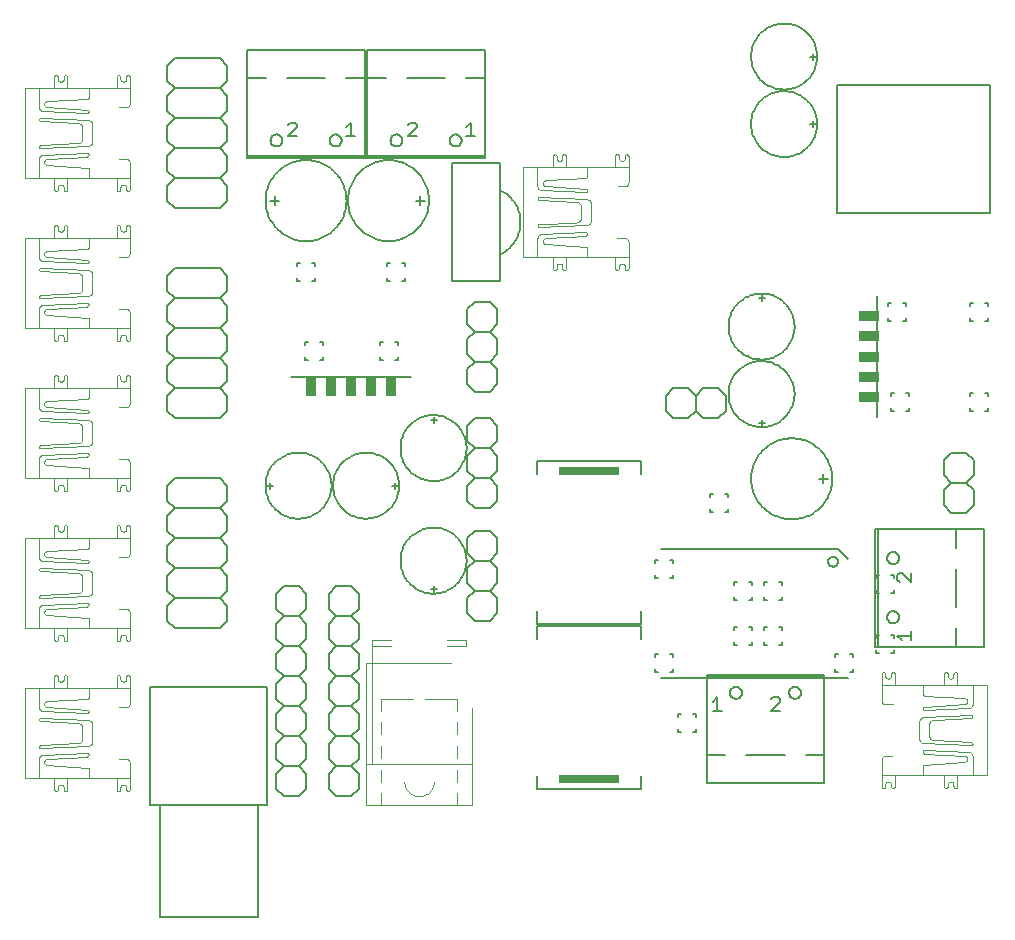
<source format=gto>
G75*
G70*
%OFA0B0*%
%FSLAX24Y24*%
%IPPOS*%
%LPD*%
%AMOC8*
5,1,8,0,0,1.08239X$1,22.5*
%
%ADD10C,0.0040*%
%ADD11C,0.0039*%
%ADD12C,0.0080*%
%ADD13R,0.0380X0.0660*%
%ADD14C,0.0060*%
%ADD15C,0.0050*%
%ADD16R,0.2000X0.0250*%
%ADD17R,0.0660X0.0380*%
D10*
X001170Y004764D02*
X001170Y005106D01*
X001385Y004913D02*
X001396Y004913D01*
X001413Y004911D01*
X001430Y004906D01*
X001445Y004898D01*
X001458Y004887D01*
X001469Y004874D01*
X001477Y004859D01*
X001482Y004842D01*
X001484Y004825D01*
X001485Y004825D02*
X001485Y004764D01*
X001487Y004749D01*
X001492Y004735D01*
X001499Y004723D01*
X001510Y004712D01*
X001522Y004705D01*
X001536Y004700D01*
X001551Y004698D01*
X001551Y004698D01*
X001564Y004699D01*
X001577Y004704D01*
X001589Y004711D01*
X001599Y004721D01*
X001606Y004733D01*
X001611Y004746D01*
X001612Y004759D01*
X001612Y005129D01*
X000188Y005129D01*
X000188Y008125D01*
X003692Y008125D01*
X003692Y007629D01*
X003690Y007607D01*
X003685Y007585D01*
X003676Y007564D01*
X003665Y007545D01*
X003650Y007528D01*
X003633Y007513D01*
X003614Y007502D01*
X003593Y007493D01*
X003571Y007488D01*
X003549Y007486D01*
X003549Y007485D02*
X003339Y007485D01*
X003251Y008125D02*
X003251Y008495D01*
X003250Y008495D02*
X003252Y008508D01*
X003256Y008521D01*
X003263Y008533D01*
X003273Y008543D01*
X003285Y008550D01*
X003298Y008555D01*
X003311Y008556D01*
X003312Y008556D02*
X003312Y008556D01*
X003327Y008554D01*
X003341Y008549D01*
X003353Y008542D01*
X003364Y008531D01*
X003371Y008519D01*
X003376Y008505D01*
X003378Y008490D01*
X003378Y008429D01*
X003380Y008412D01*
X003385Y008395D01*
X003393Y008380D01*
X003404Y008367D01*
X003417Y008356D01*
X003432Y008348D01*
X003449Y008343D01*
X003466Y008341D01*
X003477Y008341D01*
X003494Y008343D01*
X003511Y008348D01*
X003526Y008356D01*
X003539Y008367D01*
X003550Y008380D01*
X003558Y008395D01*
X003563Y008412D01*
X003565Y008429D01*
X003566Y008429D02*
X003566Y008495D01*
X003565Y008495D02*
X003567Y008509D01*
X003571Y008521D01*
X003578Y008533D01*
X003588Y008543D01*
X003600Y008550D01*
X003612Y008554D01*
X003626Y008556D01*
X003641Y008554D01*
X003655Y008549D01*
X003667Y008542D01*
X003678Y008531D01*
X003685Y008519D01*
X003690Y008505D01*
X003692Y008490D01*
X003692Y008120D01*
X002434Y006922D02*
X002434Y006343D01*
X002435Y006343D02*
X002433Y006320D01*
X002428Y006299D01*
X002419Y006278D01*
X002407Y006258D01*
X002393Y006241D01*
X002376Y006227D01*
X002356Y006215D01*
X002335Y006206D01*
X002314Y006201D01*
X002291Y006199D01*
X000718Y006116D01*
X000717Y006117D02*
X000704Y006119D01*
X000691Y006125D01*
X000680Y006134D01*
X000672Y006145D01*
X000667Y006158D01*
X000665Y006172D01*
X000667Y006186D01*
X000672Y006199D01*
X000680Y006210D01*
X000691Y006219D01*
X000704Y006225D01*
X000717Y006227D01*
X000718Y006227D02*
X001915Y006282D01*
X001943Y006282D01*
X001967Y006284D01*
X001990Y006289D01*
X002012Y006297D01*
X002033Y006308D01*
X002052Y006323D01*
X002068Y006339D01*
X002083Y006358D01*
X002094Y006379D01*
X002102Y006401D01*
X002107Y006424D01*
X002109Y006448D01*
X002108Y006448D02*
X002108Y006795D01*
X002106Y006819D01*
X002101Y006843D01*
X002093Y006866D01*
X002081Y006887D01*
X002066Y006907D01*
X002049Y006924D01*
X002029Y006939D01*
X002008Y006951D01*
X001985Y006959D01*
X001961Y006964D01*
X001937Y006966D01*
X000712Y007033D01*
X000712Y007032D02*
X000699Y007035D01*
X000686Y007041D01*
X000676Y007050D01*
X000668Y007061D01*
X000663Y007074D01*
X000662Y007088D01*
X000665Y007101D01*
X000671Y007114D01*
X000680Y007124D01*
X000691Y007132D01*
X000704Y007137D01*
X000718Y007138D01*
X002302Y007055D01*
X002301Y007055D02*
X002322Y007053D01*
X002342Y007048D01*
X002361Y007040D01*
X002379Y007030D01*
X002395Y007016D01*
X002409Y007000D01*
X002419Y006982D01*
X002427Y006963D01*
X002432Y006943D01*
X002434Y006922D01*
X002257Y007292D02*
X000811Y007358D01*
X000795Y007358D01*
X000773Y007360D01*
X000752Y007365D01*
X000732Y007373D01*
X000714Y007384D01*
X000697Y007398D01*
X000683Y007415D01*
X000672Y007433D01*
X000664Y007453D01*
X000659Y007474D01*
X000657Y007496D01*
X000657Y008103D01*
X000933Y007689D02*
X002274Y007778D01*
X002286Y007780D01*
X002297Y007786D01*
X002306Y007794D01*
X002313Y007804D01*
X002317Y007815D01*
X002318Y007827D01*
X002318Y008103D01*
X002263Y007408D02*
X000927Y007496D01*
X000928Y007496D02*
X000909Y007499D01*
X000892Y007506D01*
X000876Y007515D01*
X000862Y007528D01*
X000851Y007543D01*
X000843Y007559D01*
X000838Y007577D01*
X000837Y007596D01*
X000839Y007614D01*
X000845Y007632D01*
X000854Y007648D01*
X000866Y007662D01*
X000881Y007674D01*
X000897Y007683D01*
X000915Y007688D01*
X000933Y007690D01*
X001170Y008125D02*
X001170Y008495D01*
X001171Y008508D01*
X001176Y008521D01*
X001183Y008533D01*
X001193Y008543D01*
X001205Y008550D01*
X001218Y008555D01*
X001231Y008556D01*
X001231Y008556D01*
X001246Y008554D01*
X001260Y008549D01*
X001272Y008542D01*
X001283Y008531D01*
X001290Y008519D01*
X001295Y008505D01*
X001297Y008490D01*
X001297Y008429D01*
X001299Y008412D01*
X001304Y008395D01*
X001312Y008380D01*
X001323Y008367D01*
X001336Y008356D01*
X001351Y008348D01*
X001368Y008343D01*
X001385Y008341D01*
X001396Y008341D01*
X001413Y008343D01*
X001430Y008348D01*
X001445Y008356D01*
X001458Y008367D01*
X001469Y008380D01*
X001477Y008395D01*
X001482Y008412D01*
X001484Y008429D01*
X001485Y008429D02*
X001485Y008495D01*
X001484Y008495D02*
X001486Y008509D01*
X001490Y008521D01*
X001497Y008533D01*
X001507Y008543D01*
X001519Y008550D01*
X001531Y008554D01*
X001545Y008556D01*
X001560Y008554D01*
X001574Y008549D01*
X001586Y008542D01*
X001597Y008531D01*
X001604Y008519D01*
X001609Y008505D01*
X001611Y008490D01*
X001612Y008490D02*
X001612Y008148D01*
X002263Y007408D02*
X002277Y007406D01*
X002289Y007400D01*
X002301Y007391D01*
X002309Y007381D01*
X002315Y007368D01*
X002318Y007354D01*
X002317Y007340D01*
X002313Y007327D01*
X002306Y007315D01*
X002296Y007305D01*
X002285Y007297D01*
X002271Y007293D01*
X002257Y007292D01*
X002257Y005962D02*
X000811Y005896D01*
X000795Y005896D01*
X000773Y005894D01*
X000752Y005889D01*
X000732Y005881D01*
X000714Y005870D01*
X000697Y005856D01*
X000683Y005839D01*
X000672Y005821D01*
X000664Y005801D01*
X000659Y005780D01*
X000657Y005758D01*
X000657Y005151D01*
X000933Y005564D02*
X002274Y005476D01*
X002286Y005474D01*
X002297Y005468D01*
X002306Y005460D01*
X002313Y005450D01*
X002317Y005439D01*
X002318Y005427D01*
X002318Y005151D01*
X002263Y005846D02*
X000927Y005758D01*
X000928Y005758D02*
X000909Y005755D01*
X000892Y005748D01*
X000876Y005739D01*
X000862Y005726D01*
X000851Y005711D01*
X000843Y005695D01*
X000838Y005677D01*
X000837Y005658D01*
X000839Y005640D01*
X000845Y005622D01*
X000854Y005606D01*
X000866Y005592D01*
X000881Y005580D01*
X000897Y005571D01*
X000915Y005566D01*
X000933Y005564D01*
X001612Y005129D02*
X003692Y005129D01*
X003692Y004759D01*
X003693Y004759D02*
X003692Y004746D01*
X003687Y004733D01*
X003680Y004721D01*
X003670Y004711D01*
X003658Y004704D01*
X003645Y004699D01*
X003632Y004698D01*
X003632Y004698D01*
X003617Y004700D01*
X003603Y004705D01*
X003591Y004712D01*
X003580Y004723D01*
X003573Y004735D01*
X003568Y004749D01*
X003566Y004764D01*
X003565Y004764D02*
X003565Y004825D01*
X003563Y004842D01*
X003558Y004859D01*
X003550Y004874D01*
X003539Y004887D01*
X003526Y004898D01*
X003511Y004906D01*
X003494Y004911D01*
X003477Y004913D01*
X003466Y004913D01*
X003449Y004911D01*
X003432Y004906D01*
X003417Y004898D01*
X003404Y004887D01*
X003393Y004874D01*
X003385Y004859D01*
X003380Y004842D01*
X003378Y004825D01*
X003378Y004759D01*
X003376Y004745D01*
X003372Y004733D01*
X003365Y004721D01*
X003355Y004711D01*
X003343Y004704D01*
X003331Y004700D01*
X003317Y004698D01*
X003302Y004700D01*
X003288Y004705D01*
X003276Y004712D01*
X003265Y004723D01*
X003258Y004735D01*
X003253Y004749D01*
X003251Y004764D01*
X003251Y005106D01*
X003692Y005129D02*
X003692Y005631D01*
X003690Y005653D01*
X003685Y005674D01*
X003677Y005694D01*
X003666Y005712D01*
X003652Y005729D01*
X003635Y005743D01*
X003617Y005754D01*
X003597Y005762D01*
X003576Y005767D01*
X003554Y005769D01*
X003323Y005769D01*
X002263Y005846D02*
X002277Y005848D01*
X002289Y005854D01*
X002301Y005863D01*
X002309Y005873D01*
X002315Y005886D01*
X002318Y005900D01*
X002317Y005914D01*
X002313Y005927D01*
X002306Y005939D01*
X002296Y005949D01*
X002285Y005957D01*
X002271Y005961D01*
X002257Y005962D01*
X001385Y004913D02*
X001368Y004911D01*
X001351Y004906D01*
X001336Y004898D01*
X001323Y004887D01*
X001312Y004874D01*
X001304Y004859D01*
X001299Y004842D01*
X001297Y004825D01*
X001297Y004759D01*
X001295Y004745D01*
X001291Y004733D01*
X001284Y004721D01*
X001274Y004711D01*
X001262Y004704D01*
X001250Y004700D01*
X001236Y004698D01*
X001221Y004700D01*
X001207Y004705D01*
X001195Y004712D01*
X001184Y004723D01*
X001177Y004735D01*
X001172Y004749D01*
X001170Y004764D01*
X001551Y009698D02*
X001551Y009698D01*
X001564Y009699D01*
X001577Y009704D01*
X001589Y009711D01*
X001599Y009721D01*
X001606Y009733D01*
X001611Y009746D01*
X001612Y009759D01*
X001612Y010129D01*
X000188Y010129D01*
X000188Y013125D01*
X003692Y013125D01*
X003692Y012629D01*
X003690Y012607D01*
X003685Y012585D01*
X003676Y012564D01*
X003665Y012545D01*
X003650Y012528D01*
X003633Y012513D01*
X003614Y012502D01*
X003593Y012493D01*
X003571Y012488D01*
X003549Y012486D01*
X003549Y012485D02*
X003339Y012485D01*
X003251Y013125D02*
X003251Y013495D01*
X003250Y013495D02*
X003252Y013508D01*
X003256Y013521D01*
X003263Y013533D01*
X003273Y013543D01*
X003285Y013550D01*
X003298Y013555D01*
X003311Y013556D01*
X003312Y013556D02*
X003312Y013556D01*
X003327Y013554D01*
X003341Y013549D01*
X003353Y013542D01*
X003364Y013531D01*
X003371Y013519D01*
X003376Y013505D01*
X003378Y013490D01*
X003378Y013429D01*
X003380Y013412D01*
X003385Y013395D01*
X003393Y013380D01*
X003404Y013367D01*
X003417Y013356D01*
X003432Y013348D01*
X003449Y013343D01*
X003466Y013341D01*
X003477Y013341D01*
X003494Y013343D01*
X003511Y013348D01*
X003526Y013356D01*
X003539Y013367D01*
X003550Y013380D01*
X003558Y013395D01*
X003563Y013412D01*
X003565Y013429D01*
X003566Y013429D02*
X003566Y013495D01*
X003565Y013495D02*
X003567Y013509D01*
X003571Y013521D01*
X003578Y013533D01*
X003588Y013543D01*
X003600Y013550D01*
X003612Y013554D01*
X003626Y013556D01*
X003641Y013554D01*
X003655Y013549D01*
X003667Y013542D01*
X003678Y013531D01*
X003685Y013519D01*
X003690Y013505D01*
X003692Y013490D01*
X003692Y013120D01*
X002434Y011922D02*
X002434Y011343D01*
X002435Y011343D02*
X002433Y011320D01*
X002428Y011299D01*
X002419Y011278D01*
X002407Y011258D01*
X002393Y011241D01*
X002376Y011227D01*
X002356Y011215D01*
X002335Y011206D01*
X002314Y011201D01*
X002291Y011199D01*
X000718Y011116D01*
X000717Y011117D02*
X000704Y011119D01*
X000691Y011125D01*
X000680Y011134D01*
X000672Y011145D01*
X000667Y011158D01*
X000665Y011172D01*
X000667Y011186D01*
X000672Y011199D01*
X000680Y011210D01*
X000691Y011219D01*
X000704Y011225D01*
X000717Y011227D01*
X000718Y011227D02*
X001915Y011282D01*
X001943Y011282D01*
X001967Y011284D01*
X001990Y011289D01*
X002012Y011297D01*
X002033Y011308D01*
X002052Y011323D01*
X002068Y011339D01*
X002083Y011358D01*
X002094Y011379D01*
X002102Y011401D01*
X002107Y011424D01*
X002109Y011448D01*
X002108Y011448D02*
X002108Y011795D01*
X002106Y011819D01*
X002101Y011843D01*
X002093Y011866D01*
X002081Y011887D01*
X002066Y011907D01*
X002049Y011924D01*
X002029Y011939D01*
X002008Y011951D01*
X001985Y011959D01*
X001961Y011964D01*
X001937Y011966D01*
X000712Y012033D01*
X000712Y012032D02*
X000699Y012035D01*
X000686Y012041D01*
X000676Y012050D01*
X000668Y012061D01*
X000663Y012074D01*
X000662Y012088D01*
X000665Y012101D01*
X000671Y012114D01*
X000680Y012124D01*
X000691Y012132D01*
X000704Y012137D01*
X000718Y012138D01*
X002302Y012055D01*
X002301Y012055D02*
X002322Y012053D01*
X002342Y012048D01*
X002361Y012040D01*
X002379Y012030D01*
X002395Y012016D01*
X002409Y012000D01*
X002419Y011982D01*
X002427Y011963D01*
X002432Y011943D01*
X002434Y011922D01*
X002257Y012292D02*
X000811Y012358D01*
X000795Y012358D01*
X000773Y012360D01*
X000752Y012365D01*
X000732Y012373D01*
X000714Y012384D01*
X000697Y012398D01*
X000683Y012415D01*
X000672Y012433D01*
X000664Y012453D01*
X000659Y012474D01*
X000657Y012496D01*
X000657Y013103D01*
X000933Y012689D02*
X002274Y012778D01*
X002286Y012780D01*
X002297Y012786D01*
X002306Y012794D01*
X002313Y012804D01*
X002317Y012815D01*
X002318Y012827D01*
X002318Y013103D01*
X002263Y012408D02*
X000927Y012496D01*
X000928Y012496D02*
X000909Y012499D01*
X000892Y012506D01*
X000876Y012515D01*
X000862Y012528D01*
X000851Y012543D01*
X000843Y012559D01*
X000838Y012577D01*
X000837Y012596D01*
X000839Y012614D01*
X000845Y012632D01*
X000854Y012648D01*
X000866Y012662D01*
X000881Y012674D01*
X000897Y012683D01*
X000915Y012688D01*
X000933Y012690D01*
X001170Y013125D02*
X001170Y013495D01*
X001171Y013508D01*
X001176Y013521D01*
X001183Y013533D01*
X001193Y013543D01*
X001205Y013550D01*
X001218Y013555D01*
X001231Y013556D01*
X001231Y013556D01*
X001246Y013554D01*
X001260Y013549D01*
X001272Y013542D01*
X001283Y013531D01*
X001290Y013519D01*
X001295Y013505D01*
X001297Y013490D01*
X001297Y013429D01*
X001299Y013412D01*
X001304Y013395D01*
X001312Y013380D01*
X001323Y013367D01*
X001336Y013356D01*
X001351Y013348D01*
X001368Y013343D01*
X001385Y013341D01*
X001396Y013341D01*
X001413Y013343D01*
X001430Y013348D01*
X001445Y013356D01*
X001458Y013367D01*
X001469Y013380D01*
X001477Y013395D01*
X001482Y013412D01*
X001484Y013429D01*
X001485Y013429D02*
X001485Y013495D01*
X001484Y013495D02*
X001486Y013509D01*
X001490Y013521D01*
X001497Y013533D01*
X001507Y013543D01*
X001519Y013550D01*
X001531Y013554D01*
X001545Y013556D01*
X001560Y013554D01*
X001574Y013549D01*
X001586Y013542D01*
X001597Y013531D01*
X001604Y013519D01*
X001609Y013505D01*
X001611Y013490D01*
X001612Y013490D02*
X001612Y013148D01*
X002263Y012408D02*
X002277Y012406D01*
X002289Y012400D01*
X002301Y012391D01*
X002309Y012381D01*
X002315Y012368D01*
X002318Y012354D01*
X002317Y012340D01*
X002313Y012327D01*
X002306Y012315D01*
X002296Y012305D01*
X002285Y012297D01*
X002271Y012293D01*
X002257Y012292D01*
X002257Y010962D02*
X000811Y010896D01*
X000795Y010896D01*
X000773Y010894D01*
X000752Y010889D01*
X000732Y010881D01*
X000714Y010870D01*
X000697Y010856D01*
X000683Y010839D01*
X000672Y010821D01*
X000664Y010801D01*
X000659Y010780D01*
X000657Y010758D01*
X000657Y010151D01*
X000933Y010564D02*
X002274Y010476D01*
X002286Y010474D01*
X002297Y010468D01*
X002306Y010460D01*
X002313Y010450D01*
X002317Y010439D01*
X002318Y010427D01*
X002318Y010151D01*
X001612Y010129D02*
X003692Y010129D01*
X003692Y009759D01*
X003693Y009759D02*
X003692Y009746D01*
X003687Y009733D01*
X003680Y009721D01*
X003670Y009711D01*
X003658Y009704D01*
X003645Y009699D01*
X003632Y009698D01*
X003632Y009698D01*
X003617Y009700D01*
X003603Y009705D01*
X003591Y009712D01*
X003580Y009723D01*
X003573Y009735D01*
X003568Y009749D01*
X003566Y009764D01*
X003565Y009764D02*
X003565Y009825D01*
X003563Y009842D01*
X003558Y009859D01*
X003550Y009874D01*
X003539Y009887D01*
X003526Y009898D01*
X003511Y009906D01*
X003494Y009911D01*
X003477Y009913D01*
X003466Y009913D01*
X003449Y009911D01*
X003432Y009906D01*
X003417Y009898D01*
X003404Y009887D01*
X003393Y009874D01*
X003385Y009859D01*
X003380Y009842D01*
X003378Y009825D01*
X003378Y009759D01*
X003376Y009745D01*
X003372Y009733D01*
X003365Y009721D01*
X003355Y009711D01*
X003343Y009704D01*
X003331Y009700D01*
X003317Y009698D01*
X003302Y009700D01*
X003288Y009705D01*
X003276Y009712D01*
X003265Y009723D01*
X003258Y009735D01*
X003253Y009749D01*
X003251Y009764D01*
X003251Y010106D01*
X003692Y010129D02*
X003692Y010631D01*
X003690Y010653D01*
X003685Y010674D01*
X003677Y010694D01*
X003666Y010712D01*
X003652Y010729D01*
X003635Y010743D01*
X003617Y010754D01*
X003597Y010762D01*
X003576Y010767D01*
X003554Y010769D01*
X003323Y010769D01*
X002263Y010846D02*
X000927Y010758D01*
X000928Y010758D02*
X000909Y010755D01*
X000892Y010748D01*
X000876Y010739D01*
X000862Y010726D01*
X000851Y010711D01*
X000843Y010695D01*
X000838Y010677D01*
X000837Y010658D01*
X000839Y010640D01*
X000845Y010622D01*
X000854Y010606D01*
X000866Y010592D01*
X000881Y010580D01*
X000897Y010571D01*
X000915Y010566D01*
X000933Y010564D01*
X001170Y010106D02*
X001170Y009764D01*
X001172Y009749D01*
X001177Y009735D01*
X001184Y009723D01*
X001195Y009712D01*
X001207Y009705D01*
X001221Y009700D01*
X001236Y009698D01*
X001250Y009700D01*
X001262Y009704D01*
X001274Y009711D01*
X001284Y009721D01*
X001291Y009733D01*
X001295Y009745D01*
X001297Y009759D01*
X001297Y009825D01*
X001299Y009842D01*
X001304Y009859D01*
X001312Y009874D01*
X001323Y009887D01*
X001336Y009898D01*
X001351Y009906D01*
X001368Y009911D01*
X001385Y009913D01*
X001396Y009913D01*
X001413Y009911D01*
X001430Y009906D01*
X001445Y009898D01*
X001458Y009887D01*
X001469Y009874D01*
X001477Y009859D01*
X001482Y009842D01*
X001484Y009825D01*
X001485Y009825D02*
X001485Y009764D01*
X001487Y009749D01*
X001492Y009735D01*
X001499Y009723D01*
X001510Y009712D01*
X001522Y009705D01*
X001536Y009700D01*
X001551Y009698D01*
X002263Y010846D02*
X002277Y010848D01*
X002289Y010854D01*
X002301Y010863D01*
X002309Y010873D01*
X002315Y010886D01*
X002318Y010900D01*
X002317Y010914D01*
X002313Y010927D01*
X002306Y010939D01*
X002296Y010949D01*
X002285Y010957D01*
X002271Y010961D01*
X002257Y010962D01*
X001551Y014698D02*
X001551Y014698D01*
X001564Y014699D01*
X001577Y014704D01*
X001589Y014711D01*
X001599Y014721D01*
X001606Y014733D01*
X001611Y014746D01*
X001612Y014759D01*
X001612Y015129D01*
X000188Y015129D01*
X000188Y018125D01*
X003692Y018125D01*
X003692Y017629D01*
X003690Y017607D01*
X003685Y017585D01*
X003676Y017564D01*
X003665Y017545D01*
X003650Y017528D01*
X003633Y017513D01*
X003614Y017502D01*
X003593Y017493D01*
X003571Y017488D01*
X003549Y017486D01*
X003549Y017485D02*
X003339Y017485D01*
X003251Y018125D02*
X003251Y018495D01*
X003250Y018495D02*
X003252Y018508D01*
X003256Y018521D01*
X003263Y018533D01*
X003273Y018543D01*
X003285Y018550D01*
X003298Y018555D01*
X003311Y018556D01*
X003312Y018556D02*
X003312Y018556D01*
X003327Y018554D01*
X003341Y018549D01*
X003353Y018542D01*
X003364Y018531D01*
X003371Y018519D01*
X003376Y018505D01*
X003378Y018490D01*
X003378Y018429D01*
X003380Y018412D01*
X003385Y018395D01*
X003393Y018380D01*
X003404Y018367D01*
X003417Y018356D01*
X003432Y018348D01*
X003449Y018343D01*
X003466Y018341D01*
X003477Y018341D01*
X003494Y018343D01*
X003511Y018348D01*
X003526Y018356D01*
X003539Y018367D01*
X003550Y018380D01*
X003558Y018395D01*
X003563Y018412D01*
X003565Y018429D01*
X003566Y018429D02*
X003566Y018495D01*
X003565Y018495D02*
X003567Y018509D01*
X003571Y018521D01*
X003578Y018533D01*
X003588Y018543D01*
X003600Y018550D01*
X003612Y018554D01*
X003626Y018556D01*
X003641Y018554D01*
X003655Y018549D01*
X003667Y018542D01*
X003678Y018531D01*
X003685Y018519D01*
X003690Y018505D01*
X003692Y018490D01*
X003692Y018120D01*
X002434Y016922D02*
X002434Y016343D01*
X002435Y016343D02*
X002433Y016320D01*
X002428Y016299D01*
X002419Y016278D01*
X002407Y016258D01*
X002393Y016241D01*
X002376Y016227D01*
X002356Y016215D01*
X002335Y016206D01*
X002314Y016201D01*
X002291Y016199D01*
X000718Y016116D01*
X000717Y016117D02*
X000704Y016119D01*
X000691Y016125D01*
X000680Y016134D01*
X000672Y016145D01*
X000667Y016158D01*
X000665Y016172D01*
X000667Y016186D01*
X000672Y016199D01*
X000680Y016210D01*
X000691Y016219D01*
X000704Y016225D01*
X000717Y016227D01*
X000718Y016227D02*
X001915Y016282D01*
X001943Y016282D01*
X001967Y016284D01*
X001990Y016289D01*
X002012Y016297D01*
X002033Y016308D01*
X002052Y016323D01*
X002068Y016339D01*
X002083Y016358D01*
X002094Y016379D01*
X002102Y016401D01*
X002107Y016424D01*
X002109Y016448D01*
X002108Y016448D02*
X002108Y016795D01*
X002106Y016819D01*
X002101Y016843D01*
X002093Y016866D01*
X002081Y016887D01*
X002066Y016907D01*
X002049Y016924D01*
X002029Y016939D01*
X002008Y016951D01*
X001985Y016959D01*
X001961Y016964D01*
X001937Y016966D01*
X000712Y017033D01*
X000712Y017032D02*
X000699Y017035D01*
X000686Y017041D01*
X000676Y017050D01*
X000668Y017061D01*
X000663Y017074D01*
X000662Y017088D01*
X000665Y017101D01*
X000671Y017114D01*
X000680Y017124D01*
X000691Y017132D01*
X000704Y017137D01*
X000718Y017138D01*
X002302Y017055D01*
X002301Y017055D02*
X002322Y017053D01*
X002342Y017048D01*
X002361Y017040D01*
X002379Y017030D01*
X002395Y017016D01*
X002409Y017000D01*
X002419Y016982D01*
X002427Y016963D01*
X002432Y016943D01*
X002434Y016922D01*
X002257Y017292D02*
X000811Y017358D01*
X000795Y017358D01*
X000773Y017360D01*
X000752Y017365D01*
X000732Y017373D01*
X000714Y017384D01*
X000697Y017398D01*
X000683Y017415D01*
X000672Y017433D01*
X000664Y017453D01*
X000659Y017474D01*
X000657Y017496D01*
X000657Y018103D01*
X000933Y017689D02*
X002274Y017778D01*
X002286Y017780D01*
X002297Y017786D01*
X002306Y017794D01*
X002313Y017804D01*
X002317Y017815D01*
X002318Y017827D01*
X002318Y018103D01*
X002263Y017408D02*
X000927Y017496D01*
X000928Y017496D02*
X000909Y017499D01*
X000892Y017506D01*
X000876Y017515D01*
X000862Y017528D01*
X000851Y017543D01*
X000843Y017559D01*
X000838Y017577D01*
X000837Y017596D01*
X000839Y017614D01*
X000845Y017632D01*
X000854Y017648D01*
X000866Y017662D01*
X000881Y017674D01*
X000897Y017683D01*
X000915Y017688D01*
X000933Y017690D01*
X001170Y018125D02*
X001170Y018495D01*
X001171Y018508D01*
X001176Y018521D01*
X001183Y018533D01*
X001193Y018543D01*
X001205Y018550D01*
X001218Y018555D01*
X001231Y018556D01*
X001231Y018556D01*
X001246Y018554D01*
X001260Y018549D01*
X001272Y018542D01*
X001283Y018531D01*
X001290Y018519D01*
X001295Y018505D01*
X001297Y018490D01*
X001297Y018429D01*
X001299Y018412D01*
X001304Y018395D01*
X001312Y018380D01*
X001323Y018367D01*
X001336Y018356D01*
X001351Y018348D01*
X001368Y018343D01*
X001385Y018341D01*
X001396Y018341D01*
X001413Y018343D01*
X001430Y018348D01*
X001445Y018356D01*
X001458Y018367D01*
X001469Y018380D01*
X001477Y018395D01*
X001482Y018412D01*
X001484Y018429D01*
X001485Y018429D02*
X001485Y018495D01*
X001484Y018495D02*
X001486Y018509D01*
X001490Y018521D01*
X001497Y018533D01*
X001507Y018543D01*
X001519Y018550D01*
X001531Y018554D01*
X001545Y018556D01*
X001560Y018554D01*
X001574Y018549D01*
X001586Y018542D01*
X001597Y018531D01*
X001604Y018519D01*
X001609Y018505D01*
X001611Y018490D01*
X001612Y018490D02*
X001612Y018148D01*
X002263Y017408D02*
X002277Y017406D01*
X002289Y017400D01*
X002301Y017391D01*
X002309Y017381D01*
X002315Y017368D01*
X002318Y017354D01*
X002317Y017340D01*
X002313Y017327D01*
X002306Y017315D01*
X002296Y017305D01*
X002285Y017297D01*
X002271Y017293D01*
X002257Y017292D01*
X002257Y015962D02*
X000811Y015896D01*
X000795Y015896D01*
X000773Y015894D01*
X000752Y015889D01*
X000732Y015881D01*
X000714Y015870D01*
X000697Y015856D01*
X000683Y015839D01*
X000672Y015821D01*
X000664Y015801D01*
X000659Y015780D01*
X000657Y015758D01*
X000657Y015151D01*
X000933Y015564D02*
X002274Y015476D01*
X002286Y015474D01*
X002297Y015468D01*
X002306Y015460D01*
X002313Y015450D01*
X002317Y015439D01*
X002318Y015427D01*
X002318Y015151D01*
X002263Y015846D02*
X000927Y015758D01*
X000928Y015758D02*
X000909Y015755D01*
X000892Y015748D01*
X000876Y015739D01*
X000862Y015726D01*
X000851Y015711D01*
X000843Y015695D01*
X000838Y015677D01*
X000837Y015658D01*
X000839Y015640D01*
X000845Y015622D01*
X000854Y015606D01*
X000866Y015592D01*
X000881Y015580D01*
X000897Y015571D01*
X000915Y015566D01*
X000933Y015564D01*
X001170Y015106D02*
X001170Y014764D01*
X001172Y014749D01*
X001177Y014735D01*
X001184Y014723D01*
X001195Y014712D01*
X001207Y014705D01*
X001221Y014700D01*
X001236Y014698D01*
X001250Y014700D01*
X001262Y014704D01*
X001274Y014711D01*
X001284Y014721D01*
X001291Y014733D01*
X001295Y014745D01*
X001297Y014759D01*
X001297Y014825D01*
X001299Y014842D01*
X001304Y014859D01*
X001312Y014874D01*
X001323Y014887D01*
X001336Y014898D01*
X001351Y014906D01*
X001368Y014911D01*
X001385Y014913D01*
X001396Y014913D01*
X001413Y014911D01*
X001430Y014906D01*
X001445Y014898D01*
X001458Y014887D01*
X001469Y014874D01*
X001477Y014859D01*
X001482Y014842D01*
X001484Y014825D01*
X001485Y014825D02*
X001485Y014764D01*
X001487Y014749D01*
X001492Y014735D01*
X001499Y014723D01*
X001510Y014712D01*
X001522Y014705D01*
X001536Y014700D01*
X001551Y014698D01*
X001612Y015129D02*
X003692Y015129D01*
X003692Y014759D01*
X003693Y014759D02*
X003692Y014746D01*
X003687Y014733D01*
X003680Y014721D01*
X003670Y014711D01*
X003658Y014704D01*
X003645Y014699D01*
X003632Y014698D01*
X003632Y014698D01*
X003617Y014700D01*
X003603Y014705D01*
X003591Y014712D01*
X003580Y014723D01*
X003573Y014735D01*
X003568Y014749D01*
X003566Y014764D01*
X003565Y014764D02*
X003565Y014825D01*
X003563Y014842D01*
X003558Y014859D01*
X003550Y014874D01*
X003539Y014887D01*
X003526Y014898D01*
X003511Y014906D01*
X003494Y014911D01*
X003477Y014913D01*
X003466Y014913D01*
X003449Y014911D01*
X003432Y014906D01*
X003417Y014898D01*
X003404Y014887D01*
X003393Y014874D01*
X003385Y014859D01*
X003380Y014842D01*
X003378Y014825D01*
X003378Y014759D01*
X003376Y014745D01*
X003372Y014733D01*
X003365Y014721D01*
X003355Y014711D01*
X003343Y014704D01*
X003331Y014700D01*
X003317Y014698D01*
X003302Y014700D01*
X003288Y014705D01*
X003276Y014712D01*
X003265Y014723D01*
X003258Y014735D01*
X003253Y014749D01*
X003251Y014764D01*
X003251Y015106D01*
X003692Y015129D02*
X003692Y015631D01*
X003690Y015653D01*
X003685Y015674D01*
X003677Y015694D01*
X003666Y015712D01*
X003652Y015729D01*
X003635Y015743D01*
X003617Y015754D01*
X003597Y015762D01*
X003576Y015767D01*
X003554Y015769D01*
X003323Y015769D01*
X002263Y015846D02*
X002277Y015848D01*
X002289Y015854D01*
X002301Y015863D01*
X002309Y015873D01*
X002315Y015886D01*
X002318Y015900D01*
X002317Y015914D01*
X002313Y015927D01*
X002306Y015939D01*
X002296Y015949D01*
X002285Y015957D01*
X002271Y015961D01*
X002257Y015962D01*
X001551Y019698D02*
X001551Y019698D01*
X001564Y019699D01*
X001577Y019704D01*
X001589Y019711D01*
X001599Y019721D01*
X001606Y019733D01*
X001611Y019746D01*
X001612Y019759D01*
X001612Y020129D01*
X000188Y020129D01*
X000188Y023125D01*
X003692Y023125D01*
X003692Y022629D01*
X003690Y022607D01*
X003685Y022585D01*
X003676Y022564D01*
X003665Y022545D01*
X003650Y022528D01*
X003633Y022513D01*
X003614Y022502D01*
X003593Y022493D01*
X003571Y022488D01*
X003549Y022486D01*
X003549Y022485D02*
X003339Y022485D01*
X003251Y023125D02*
X003251Y023495D01*
X003250Y023495D02*
X003252Y023508D01*
X003256Y023521D01*
X003263Y023533D01*
X003273Y023543D01*
X003285Y023550D01*
X003298Y023555D01*
X003311Y023556D01*
X003312Y023556D02*
X003312Y023556D01*
X003327Y023554D01*
X003341Y023549D01*
X003353Y023542D01*
X003364Y023531D01*
X003371Y023519D01*
X003376Y023505D01*
X003378Y023490D01*
X003378Y023429D01*
X003380Y023412D01*
X003385Y023395D01*
X003393Y023380D01*
X003404Y023367D01*
X003417Y023356D01*
X003432Y023348D01*
X003449Y023343D01*
X003466Y023341D01*
X003477Y023341D01*
X003494Y023343D01*
X003511Y023348D01*
X003526Y023356D01*
X003539Y023367D01*
X003550Y023380D01*
X003558Y023395D01*
X003563Y023412D01*
X003565Y023429D01*
X003566Y023429D02*
X003566Y023495D01*
X003565Y023495D02*
X003567Y023509D01*
X003571Y023521D01*
X003578Y023533D01*
X003588Y023543D01*
X003600Y023550D01*
X003612Y023554D01*
X003626Y023556D01*
X003641Y023554D01*
X003655Y023549D01*
X003667Y023542D01*
X003678Y023531D01*
X003685Y023519D01*
X003690Y023505D01*
X003692Y023490D01*
X003692Y023120D01*
X002434Y021922D02*
X002434Y021343D01*
X002435Y021343D02*
X002433Y021320D01*
X002428Y021299D01*
X002419Y021278D01*
X002407Y021258D01*
X002393Y021241D01*
X002376Y021227D01*
X002356Y021215D01*
X002335Y021206D01*
X002314Y021201D01*
X002291Y021199D01*
X000718Y021116D01*
X000717Y021117D02*
X000704Y021119D01*
X000691Y021125D01*
X000680Y021134D01*
X000672Y021145D01*
X000667Y021158D01*
X000665Y021172D01*
X000667Y021186D01*
X000672Y021199D01*
X000680Y021210D01*
X000691Y021219D01*
X000704Y021225D01*
X000717Y021227D01*
X000718Y021227D02*
X001915Y021282D01*
X001943Y021282D01*
X001967Y021284D01*
X001990Y021289D01*
X002012Y021297D01*
X002033Y021308D01*
X002052Y021323D01*
X002068Y021339D01*
X002083Y021358D01*
X002094Y021379D01*
X002102Y021401D01*
X002107Y021424D01*
X002109Y021448D01*
X002108Y021448D02*
X002108Y021795D01*
X002106Y021819D01*
X002101Y021843D01*
X002093Y021866D01*
X002081Y021887D01*
X002066Y021907D01*
X002049Y021924D01*
X002029Y021939D01*
X002008Y021951D01*
X001985Y021959D01*
X001961Y021964D01*
X001937Y021966D01*
X000712Y022033D01*
X000712Y022032D02*
X000699Y022035D01*
X000686Y022041D01*
X000676Y022050D01*
X000668Y022061D01*
X000663Y022074D01*
X000662Y022088D01*
X000665Y022101D01*
X000671Y022114D01*
X000680Y022124D01*
X000691Y022132D01*
X000704Y022137D01*
X000718Y022138D01*
X002302Y022055D01*
X002301Y022055D02*
X002322Y022053D01*
X002342Y022048D01*
X002361Y022040D01*
X002379Y022030D01*
X002395Y022016D01*
X002409Y022000D01*
X002419Y021982D01*
X002427Y021963D01*
X002432Y021943D01*
X002434Y021922D01*
X002257Y022292D02*
X000811Y022358D01*
X000795Y022358D01*
X000773Y022360D01*
X000752Y022365D01*
X000732Y022373D01*
X000714Y022384D01*
X000697Y022398D01*
X000683Y022415D01*
X000672Y022433D01*
X000664Y022453D01*
X000659Y022474D01*
X000657Y022496D01*
X000657Y023103D01*
X000933Y022689D02*
X002274Y022778D01*
X002286Y022780D01*
X002297Y022786D01*
X002306Y022794D01*
X002313Y022804D01*
X002317Y022815D01*
X002318Y022827D01*
X002318Y023103D01*
X002263Y022408D02*
X000927Y022496D01*
X000928Y022496D02*
X000909Y022499D01*
X000892Y022506D01*
X000876Y022515D01*
X000862Y022528D01*
X000851Y022543D01*
X000843Y022559D01*
X000838Y022577D01*
X000837Y022596D01*
X000839Y022614D01*
X000845Y022632D01*
X000854Y022648D01*
X000866Y022662D01*
X000881Y022674D01*
X000897Y022683D01*
X000915Y022688D01*
X000933Y022690D01*
X001170Y023125D02*
X001170Y023495D01*
X001171Y023508D01*
X001176Y023521D01*
X001183Y023533D01*
X001193Y023543D01*
X001205Y023550D01*
X001218Y023555D01*
X001231Y023556D01*
X001231Y023556D01*
X001246Y023554D01*
X001260Y023549D01*
X001272Y023542D01*
X001283Y023531D01*
X001290Y023519D01*
X001295Y023505D01*
X001297Y023490D01*
X001297Y023429D01*
X001299Y023412D01*
X001304Y023395D01*
X001312Y023380D01*
X001323Y023367D01*
X001336Y023356D01*
X001351Y023348D01*
X001368Y023343D01*
X001385Y023341D01*
X001396Y023341D01*
X001413Y023343D01*
X001430Y023348D01*
X001445Y023356D01*
X001458Y023367D01*
X001469Y023380D01*
X001477Y023395D01*
X001482Y023412D01*
X001484Y023429D01*
X001485Y023429D02*
X001485Y023495D01*
X001484Y023495D02*
X001486Y023509D01*
X001490Y023521D01*
X001497Y023533D01*
X001507Y023543D01*
X001519Y023550D01*
X001531Y023554D01*
X001545Y023556D01*
X001560Y023554D01*
X001574Y023549D01*
X001586Y023542D01*
X001597Y023531D01*
X001604Y023519D01*
X001609Y023505D01*
X001611Y023490D01*
X001612Y023490D02*
X001612Y023148D01*
X002263Y022408D02*
X002277Y022406D01*
X002289Y022400D01*
X002301Y022391D01*
X002309Y022381D01*
X002315Y022368D01*
X002318Y022354D01*
X002317Y022340D01*
X002313Y022327D01*
X002306Y022315D01*
X002296Y022305D01*
X002285Y022297D01*
X002271Y022293D01*
X002257Y022292D01*
X002257Y020962D02*
X000811Y020896D01*
X000795Y020896D01*
X000773Y020894D01*
X000752Y020889D01*
X000732Y020881D01*
X000714Y020870D01*
X000697Y020856D01*
X000683Y020839D01*
X000672Y020821D01*
X000664Y020801D01*
X000659Y020780D01*
X000657Y020758D01*
X000657Y020151D01*
X000933Y020564D02*
X002274Y020476D01*
X002286Y020474D01*
X002297Y020468D01*
X002306Y020460D01*
X002313Y020450D01*
X002317Y020439D01*
X002318Y020427D01*
X002318Y020151D01*
X002263Y020846D02*
X000927Y020758D01*
X000928Y020758D02*
X000909Y020755D01*
X000892Y020748D01*
X000876Y020739D01*
X000862Y020726D01*
X000851Y020711D01*
X000843Y020695D01*
X000838Y020677D01*
X000837Y020658D01*
X000839Y020640D01*
X000845Y020622D01*
X000854Y020606D01*
X000866Y020592D01*
X000881Y020580D01*
X000897Y020571D01*
X000915Y020566D01*
X000933Y020564D01*
X001170Y020106D02*
X001170Y019764D01*
X001172Y019749D01*
X001177Y019735D01*
X001184Y019723D01*
X001195Y019712D01*
X001207Y019705D01*
X001221Y019700D01*
X001236Y019698D01*
X001250Y019700D01*
X001262Y019704D01*
X001274Y019711D01*
X001284Y019721D01*
X001291Y019733D01*
X001295Y019745D01*
X001297Y019759D01*
X001297Y019825D01*
X001299Y019842D01*
X001304Y019859D01*
X001312Y019874D01*
X001323Y019887D01*
X001336Y019898D01*
X001351Y019906D01*
X001368Y019911D01*
X001385Y019913D01*
X001396Y019913D01*
X001413Y019911D01*
X001430Y019906D01*
X001445Y019898D01*
X001458Y019887D01*
X001469Y019874D01*
X001477Y019859D01*
X001482Y019842D01*
X001484Y019825D01*
X001485Y019825D02*
X001485Y019764D01*
X001487Y019749D01*
X001492Y019735D01*
X001499Y019723D01*
X001510Y019712D01*
X001522Y019705D01*
X001536Y019700D01*
X001551Y019698D01*
X001612Y020129D02*
X003692Y020129D01*
X003692Y019759D01*
X003693Y019759D02*
X003692Y019746D01*
X003687Y019733D01*
X003680Y019721D01*
X003670Y019711D01*
X003658Y019704D01*
X003645Y019699D01*
X003632Y019698D01*
X003632Y019698D01*
X003617Y019700D01*
X003603Y019705D01*
X003591Y019712D01*
X003580Y019723D01*
X003573Y019735D01*
X003568Y019749D01*
X003566Y019764D01*
X003565Y019764D02*
X003565Y019825D01*
X003563Y019842D01*
X003558Y019859D01*
X003550Y019874D01*
X003539Y019887D01*
X003526Y019898D01*
X003511Y019906D01*
X003494Y019911D01*
X003477Y019913D01*
X003466Y019913D01*
X003449Y019911D01*
X003432Y019906D01*
X003417Y019898D01*
X003404Y019887D01*
X003393Y019874D01*
X003385Y019859D01*
X003380Y019842D01*
X003378Y019825D01*
X003378Y019759D01*
X003376Y019745D01*
X003372Y019733D01*
X003365Y019721D01*
X003355Y019711D01*
X003343Y019704D01*
X003331Y019700D01*
X003317Y019698D01*
X003302Y019700D01*
X003288Y019705D01*
X003276Y019712D01*
X003265Y019723D01*
X003258Y019735D01*
X003253Y019749D01*
X003251Y019764D01*
X003251Y020106D01*
X003692Y020631D02*
X003690Y020653D01*
X003685Y020674D01*
X003677Y020694D01*
X003666Y020712D01*
X003652Y020729D01*
X003635Y020743D01*
X003617Y020754D01*
X003597Y020762D01*
X003576Y020767D01*
X003554Y020769D01*
X003323Y020769D01*
X003692Y020631D02*
X003692Y020129D01*
X002263Y020846D02*
X002277Y020848D01*
X002289Y020854D01*
X002301Y020863D01*
X002309Y020873D01*
X002315Y020886D01*
X002318Y020900D01*
X002317Y020914D01*
X002313Y020927D01*
X002306Y020939D01*
X002296Y020949D01*
X002285Y020957D01*
X002271Y020961D01*
X002257Y020962D01*
X001551Y024698D02*
X001551Y024698D01*
X001564Y024699D01*
X001577Y024704D01*
X001589Y024711D01*
X001599Y024721D01*
X001606Y024733D01*
X001611Y024746D01*
X001612Y024759D01*
X001612Y025129D01*
X000188Y025129D01*
X000188Y028125D01*
X003692Y028125D01*
X003692Y027629D01*
X003690Y027607D01*
X003685Y027585D01*
X003676Y027564D01*
X003665Y027545D01*
X003650Y027528D01*
X003633Y027513D01*
X003614Y027502D01*
X003593Y027493D01*
X003571Y027488D01*
X003549Y027486D01*
X003549Y027485D02*
X003339Y027485D01*
X003251Y028125D02*
X003251Y028495D01*
X003250Y028495D02*
X003252Y028508D01*
X003256Y028521D01*
X003263Y028533D01*
X003273Y028543D01*
X003285Y028550D01*
X003298Y028555D01*
X003311Y028556D01*
X003312Y028556D02*
X003312Y028556D01*
X003327Y028554D01*
X003341Y028549D01*
X003353Y028542D01*
X003364Y028531D01*
X003371Y028519D01*
X003376Y028505D01*
X003378Y028490D01*
X003378Y028429D01*
X003380Y028412D01*
X003385Y028395D01*
X003393Y028380D01*
X003404Y028367D01*
X003417Y028356D01*
X003432Y028348D01*
X003449Y028343D01*
X003466Y028341D01*
X003477Y028341D01*
X003494Y028343D01*
X003511Y028348D01*
X003526Y028356D01*
X003539Y028367D01*
X003550Y028380D01*
X003558Y028395D01*
X003563Y028412D01*
X003565Y028429D01*
X003566Y028429D02*
X003566Y028495D01*
X003565Y028495D02*
X003567Y028509D01*
X003571Y028521D01*
X003578Y028533D01*
X003588Y028543D01*
X003600Y028550D01*
X003612Y028554D01*
X003626Y028556D01*
X003641Y028554D01*
X003655Y028549D01*
X003667Y028542D01*
X003678Y028531D01*
X003685Y028519D01*
X003690Y028505D01*
X003692Y028490D01*
X003692Y028120D01*
X002434Y026922D02*
X002434Y026343D01*
X002435Y026343D02*
X002433Y026320D01*
X002428Y026299D01*
X002419Y026278D01*
X002407Y026258D01*
X002393Y026241D01*
X002376Y026227D01*
X002356Y026215D01*
X002335Y026206D01*
X002314Y026201D01*
X002291Y026199D01*
X000718Y026116D01*
X000717Y026117D02*
X000704Y026119D01*
X000691Y026125D01*
X000680Y026134D01*
X000672Y026145D01*
X000667Y026158D01*
X000665Y026172D01*
X000667Y026186D01*
X000672Y026199D01*
X000680Y026210D01*
X000691Y026219D01*
X000704Y026225D01*
X000717Y026227D01*
X000718Y026227D02*
X001915Y026282D01*
X001943Y026282D01*
X001967Y026284D01*
X001990Y026289D01*
X002012Y026297D01*
X002033Y026308D01*
X002052Y026323D01*
X002068Y026339D01*
X002083Y026358D01*
X002094Y026379D01*
X002102Y026401D01*
X002107Y026424D01*
X002109Y026448D01*
X002108Y026448D02*
X002108Y026795D01*
X002106Y026819D01*
X002101Y026843D01*
X002093Y026866D01*
X002081Y026887D01*
X002066Y026907D01*
X002049Y026924D01*
X002029Y026939D01*
X002008Y026951D01*
X001985Y026959D01*
X001961Y026964D01*
X001937Y026966D01*
X000712Y027033D01*
X000712Y027032D02*
X000699Y027035D01*
X000686Y027041D01*
X000676Y027050D01*
X000668Y027061D01*
X000663Y027074D01*
X000662Y027088D01*
X000665Y027101D01*
X000671Y027114D01*
X000680Y027124D01*
X000691Y027132D01*
X000704Y027137D01*
X000718Y027138D01*
X002302Y027055D01*
X002301Y027055D02*
X002322Y027053D01*
X002342Y027048D01*
X002361Y027040D01*
X002379Y027030D01*
X002395Y027016D01*
X002409Y027000D01*
X002419Y026982D01*
X002427Y026963D01*
X002432Y026943D01*
X002434Y026922D01*
X002257Y027292D02*
X000811Y027358D01*
X000795Y027358D01*
X000773Y027360D01*
X000752Y027365D01*
X000732Y027373D01*
X000714Y027384D01*
X000697Y027398D01*
X000683Y027415D01*
X000672Y027433D01*
X000664Y027453D01*
X000659Y027474D01*
X000657Y027496D01*
X000657Y028103D01*
X000933Y027689D02*
X002274Y027778D01*
X002286Y027780D01*
X002297Y027786D01*
X002306Y027794D01*
X002313Y027804D01*
X002317Y027815D01*
X002318Y027827D01*
X002318Y028103D01*
X001612Y028148D02*
X001612Y028490D01*
X001611Y028490D02*
X001609Y028505D01*
X001604Y028519D01*
X001597Y028531D01*
X001586Y028542D01*
X001574Y028549D01*
X001560Y028554D01*
X001545Y028556D01*
X001531Y028554D01*
X001519Y028550D01*
X001507Y028543D01*
X001497Y028533D01*
X001490Y028521D01*
X001486Y028509D01*
X001484Y028495D01*
X001485Y028495D02*
X001485Y028429D01*
X001484Y028429D02*
X001482Y028412D01*
X001477Y028395D01*
X001469Y028380D01*
X001458Y028367D01*
X001445Y028356D01*
X001430Y028348D01*
X001413Y028343D01*
X001396Y028341D01*
X001385Y028341D01*
X001368Y028343D01*
X001351Y028348D01*
X001336Y028356D01*
X001323Y028367D01*
X001312Y028380D01*
X001304Y028395D01*
X001299Y028412D01*
X001297Y028429D01*
X001297Y028490D01*
X001295Y028505D01*
X001290Y028519D01*
X001283Y028531D01*
X001272Y028542D01*
X001260Y028549D01*
X001246Y028554D01*
X001231Y028556D01*
X001231Y028556D01*
X001218Y028555D01*
X001205Y028550D01*
X001193Y028543D01*
X001183Y028533D01*
X001176Y028521D01*
X001171Y028508D01*
X001170Y028495D01*
X001170Y028125D01*
X000933Y027690D02*
X000915Y027688D01*
X000897Y027683D01*
X000881Y027674D01*
X000866Y027662D01*
X000854Y027648D01*
X000845Y027632D01*
X000839Y027614D01*
X000837Y027596D01*
X000838Y027577D01*
X000843Y027559D01*
X000851Y027543D01*
X000862Y027528D01*
X000876Y027515D01*
X000892Y027506D01*
X000909Y027499D01*
X000928Y027496D01*
X000927Y027496D02*
X002263Y027408D01*
X002277Y027406D01*
X002289Y027400D01*
X002301Y027391D01*
X002309Y027381D01*
X002315Y027368D01*
X002318Y027354D01*
X002317Y027340D01*
X002313Y027327D01*
X002306Y027315D01*
X002296Y027305D01*
X002285Y027297D01*
X002271Y027293D01*
X002257Y027292D01*
X002257Y025962D02*
X000811Y025896D01*
X000795Y025896D01*
X000773Y025894D01*
X000752Y025889D01*
X000732Y025881D01*
X000714Y025870D01*
X000697Y025856D01*
X000683Y025839D01*
X000672Y025821D01*
X000664Y025801D01*
X000659Y025780D01*
X000657Y025758D01*
X000657Y025151D01*
X000933Y025564D02*
X002274Y025476D01*
X002286Y025474D01*
X002297Y025468D01*
X002306Y025460D01*
X002313Y025450D01*
X002317Y025439D01*
X002318Y025427D01*
X002318Y025151D01*
X002263Y025846D02*
X000927Y025758D01*
X000928Y025758D02*
X000909Y025755D01*
X000892Y025748D01*
X000876Y025739D01*
X000862Y025726D01*
X000851Y025711D01*
X000843Y025695D01*
X000838Y025677D01*
X000837Y025658D01*
X000839Y025640D01*
X000845Y025622D01*
X000854Y025606D01*
X000866Y025592D01*
X000881Y025580D01*
X000897Y025571D01*
X000915Y025566D01*
X000933Y025564D01*
X001170Y025106D02*
X001170Y024764D01*
X001172Y024749D01*
X001177Y024735D01*
X001184Y024723D01*
X001195Y024712D01*
X001207Y024705D01*
X001221Y024700D01*
X001236Y024698D01*
X001250Y024700D01*
X001262Y024704D01*
X001274Y024711D01*
X001284Y024721D01*
X001291Y024733D01*
X001295Y024745D01*
X001297Y024759D01*
X001297Y024825D01*
X001299Y024842D01*
X001304Y024859D01*
X001312Y024874D01*
X001323Y024887D01*
X001336Y024898D01*
X001351Y024906D01*
X001368Y024911D01*
X001385Y024913D01*
X001396Y024913D01*
X001413Y024911D01*
X001430Y024906D01*
X001445Y024898D01*
X001458Y024887D01*
X001469Y024874D01*
X001477Y024859D01*
X001482Y024842D01*
X001484Y024825D01*
X001485Y024825D02*
X001485Y024764D01*
X001487Y024749D01*
X001492Y024735D01*
X001499Y024723D01*
X001510Y024712D01*
X001522Y024705D01*
X001536Y024700D01*
X001551Y024698D01*
X001612Y025129D02*
X003692Y025129D01*
X003692Y024759D01*
X003693Y024759D02*
X003692Y024746D01*
X003687Y024733D01*
X003680Y024721D01*
X003670Y024711D01*
X003658Y024704D01*
X003645Y024699D01*
X003632Y024698D01*
X003632Y024698D01*
X003617Y024700D01*
X003603Y024705D01*
X003591Y024712D01*
X003580Y024723D01*
X003573Y024735D01*
X003568Y024749D01*
X003566Y024764D01*
X003565Y024764D02*
X003565Y024825D01*
X003563Y024842D01*
X003558Y024859D01*
X003550Y024874D01*
X003539Y024887D01*
X003526Y024898D01*
X003511Y024906D01*
X003494Y024911D01*
X003477Y024913D01*
X003466Y024913D01*
X003449Y024911D01*
X003432Y024906D01*
X003417Y024898D01*
X003404Y024887D01*
X003393Y024874D01*
X003385Y024859D01*
X003380Y024842D01*
X003378Y024825D01*
X003378Y024759D01*
X003376Y024745D01*
X003372Y024733D01*
X003365Y024721D01*
X003355Y024711D01*
X003343Y024704D01*
X003331Y024700D01*
X003317Y024698D01*
X003302Y024700D01*
X003288Y024705D01*
X003276Y024712D01*
X003265Y024723D01*
X003258Y024735D01*
X003253Y024749D01*
X003251Y024764D01*
X003251Y025106D01*
X003692Y025129D02*
X003692Y025631D01*
X003690Y025653D01*
X003685Y025674D01*
X003677Y025694D01*
X003666Y025712D01*
X003652Y025729D01*
X003635Y025743D01*
X003617Y025754D01*
X003597Y025762D01*
X003576Y025767D01*
X003554Y025769D01*
X003323Y025769D01*
X002263Y025846D02*
X002277Y025848D01*
X002289Y025854D01*
X002301Y025863D01*
X002309Y025873D01*
X002315Y025886D01*
X002318Y025900D01*
X002317Y025914D01*
X002313Y025927D01*
X002306Y025939D01*
X002296Y025949D01*
X002285Y025957D01*
X002271Y025961D01*
X002257Y025962D01*
X016808Y025490D02*
X016808Y022493D01*
X018232Y022493D01*
X018232Y022123D01*
X018233Y022123D02*
X018232Y022110D01*
X018227Y022097D01*
X018220Y022085D01*
X018210Y022075D01*
X018198Y022068D01*
X018185Y022063D01*
X018172Y022062D01*
X018171Y022063D02*
X018171Y022063D01*
X018156Y022065D01*
X018142Y022070D01*
X018130Y022077D01*
X018119Y022088D01*
X018112Y022100D01*
X018107Y022114D01*
X018105Y022129D01*
X018105Y022190D01*
X018103Y022207D01*
X018098Y022224D01*
X018090Y022239D01*
X018079Y022252D01*
X018066Y022263D01*
X018051Y022271D01*
X018034Y022276D01*
X018017Y022278D01*
X018006Y022278D01*
X017989Y022276D01*
X017972Y022271D01*
X017957Y022263D01*
X017944Y022252D01*
X017933Y022239D01*
X017925Y022224D01*
X017920Y022207D01*
X017918Y022190D01*
X017918Y022123D01*
X017916Y022109D01*
X017912Y022097D01*
X017905Y022085D01*
X017895Y022075D01*
X017883Y022068D01*
X017871Y022064D01*
X017857Y022062D01*
X017857Y022063D02*
X017842Y022065D01*
X017828Y022070D01*
X017816Y022077D01*
X017805Y022088D01*
X017798Y022100D01*
X017793Y022114D01*
X017791Y022129D01*
X017791Y022471D01*
X018232Y022493D02*
X020313Y022493D01*
X020313Y022123D01*
X020312Y022110D01*
X020307Y022097D01*
X020300Y022085D01*
X020290Y022075D01*
X020278Y022068D01*
X020265Y022063D01*
X020252Y022062D01*
X020252Y022063D02*
X020252Y022063D01*
X020237Y022065D01*
X020223Y022070D01*
X020211Y022077D01*
X020200Y022088D01*
X020193Y022100D01*
X020188Y022114D01*
X020186Y022129D01*
X020186Y022190D01*
X020184Y022207D01*
X020179Y022224D01*
X020171Y022239D01*
X020160Y022252D01*
X020147Y022263D01*
X020132Y022271D01*
X020115Y022276D01*
X020098Y022278D01*
X020087Y022278D01*
X020070Y022276D01*
X020053Y022271D01*
X020038Y022263D01*
X020025Y022252D01*
X020014Y022239D01*
X020006Y022224D01*
X020001Y022207D01*
X019999Y022190D01*
X019998Y022190D02*
X019998Y022123D01*
X019999Y022123D02*
X019997Y022109D01*
X019993Y022097D01*
X019986Y022085D01*
X019976Y022075D01*
X019964Y022068D01*
X019952Y022064D01*
X019938Y022062D01*
X019938Y022063D02*
X019923Y022065D01*
X019909Y022070D01*
X019897Y022077D01*
X019886Y022088D01*
X019879Y022100D01*
X019874Y022114D01*
X019872Y022129D01*
X019871Y022129D02*
X019871Y022471D01*
X020313Y022493D02*
X020313Y022995D01*
X020311Y023017D01*
X020306Y023038D01*
X020298Y023058D01*
X020287Y023076D01*
X020273Y023093D01*
X020256Y023107D01*
X020238Y023118D01*
X020218Y023126D01*
X020197Y023131D01*
X020175Y023133D01*
X019943Y023133D01*
X019055Y023707D02*
X019055Y024287D01*
X019053Y024308D01*
X019048Y024328D01*
X019040Y024347D01*
X019030Y024365D01*
X019016Y024381D01*
X019000Y024395D01*
X018982Y024405D01*
X018963Y024413D01*
X018943Y024418D01*
X018922Y024420D01*
X018922Y024419D02*
X017338Y024502D01*
X017338Y024503D02*
X017324Y024502D01*
X017311Y024497D01*
X017300Y024489D01*
X017291Y024479D01*
X017285Y024466D01*
X017282Y024453D01*
X017283Y024439D01*
X017288Y024426D01*
X017296Y024415D01*
X017306Y024406D01*
X017319Y024400D01*
X017332Y024397D01*
X017333Y024397D02*
X018558Y024331D01*
X018582Y024329D01*
X018606Y024324D01*
X018629Y024316D01*
X018650Y024304D01*
X018670Y024289D01*
X018687Y024272D01*
X018702Y024252D01*
X018714Y024231D01*
X018722Y024208D01*
X018727Y024184D01*
X018729Y024160D01*
X018729Y023812D01*
X018727Y023788D01*
X018722Y023765D01*
X018714Y023743D01*
X018703Y023722D01*
X018688Y023703D01*
X018672Y023687D01*
X018653Y023672D01*
X018632Y023661D01*
X018610Y023653D01*
X018587Y023648D01*
X018563Y023646D01*
X018563Y023647D02*
X018536Y023647D01*
X017338Y023591D01*
X017325Y023589D01*
X017312Y023583D01*
X017301Y023574D01*
X017293Y023563D01*
X017288Y023550D01*
X017286Y023536D01*
X017288Y023522D01*
X017293Y023509D01*
X017301Y023498D01*
X017312Y023489D01*
X017325Y023483D01*
X017338Y023481D01*
X018911Y023564D01*
X018911Y023563D02*
X018934Y023565D01*
X018955Y023570D01*
X018976Y023579D01*
X018996Y023591D01*
X019013Y023605D01*
X019027Y023622D01*
X019039Y023642D01*
X019048Y023663D01*
X019053Y023684D01*
X019055Y023707D01*
X018878Y023327D02*
X017432Y023260D01*
X017415Y023260D01*
X017393Y023258D01*
X017372Y023253D01*
X017352Y023245D01*
X017334Y023234D01*
X017317Y023220D01*
X017303Y023203D01*
X017292Y023185D01*
X017284Y023165D01*
X017279Y023144D01*
X017277Y023122D01*
X017277Y022515D01*
X017553Y022929D02*
X018895Y022841D01*
X018894Y022841D02*
X018906Y022839D01*
X018917Y022833D01*
X018926Y022825D01*
X018933Y022815D01*
X018937Y022804D01*
X018938Y022792D01*
X018939Y022791D02*
X018939Y022515D01*
X018884Y023211D02*
X017548Y023122D01*
X017548Y023123D02*
X017529Y023120D01*
X017512Y023113D01*
X017496Y023104D01*
X017482Y023091D01*
X017471Y023076D01*
X017463Y023060D01*
X017458Y023042D01*
X017457Y023023D01*
X017459Y023005D01*
X017465Y022987D01*
X017474Y022971D01*
X017486Y022957D01*
X017501Y022945D01*
X017517Y022936D01*
X017535Y022931D01*
X017553Y022929D01*
X018884Y023211D02*
X018898Y023213D01*
X018910Y023219D01*
X018922Y023228D01*
X018930Y023238D01*
X018936Y023251D01*
X018939Y023265D01*
X018938Y023279D01*
X018934Y023292D01*
X018927Y023304D01*
X018917Y023314D01*
X018906Y023322D01*
X018892Y023326D01*
X018878Y023327D01*
X018878Y024657D02*
X017432Y024723D01*
X017415Y024723D01*
X017393Y024725D01*
X017372Y024730D01*
X017352Y024738D01*
X017334Y024749D01*
X017317Y024763D01*
X017303Y024780D01*
X017292Y024798D01*
X017284Y024818D01*
X017279Y024839D01*
X017277Y024861D01*
X017277Y025468D01*
X016808Y025490D02*
X020313Y025490D01*
X020313Y024993D01*
X020311Y024971D01*
X020306Y024949D01*
X020297Y024928D01*
X020286Y024909D01*
X020271Y024892D01*
X020254Y024877D01*
X020235Y024866D01*
X020214Y024857D01*
X020192Y024852D01*
X020170Y024850D01*
X020169Y024850D02*
X019960Y024850D01*
X019871Y025490D02*
X019871Y025860D01*
X019873Y025873D01*
X019877Y025886D01*
X019884Y025898D01*
X019894Y025908D01*
X019906Y025915D01*
X019919Y025920D01*
X019932Y025921D01*
X019932Y025921D01*
X019932Y025920D02*
X019947Y025918D01*
X019961Y025913D01*
X019973Y025906D01*
X019984Y025895D01*
X019991Y025883D01*
X019996Y025869D01*
X019998Y025854D01*
X019998Y025794D01*
X019999Y025794D02*
X020001Y025777D01*
X020006Y025760D01*
X020014Y025745D01*
X020025Y025732D01*
X020038Y025721D01*
X020053Y025713D01*
X020070Y025708D01*
X020087Y025706D01*
X020087Y025705D02*
X020098Y025705D01*
X020098Y025706D02*
X020115Y025708D01*
X020132Y025713D01*
X020147Y025721D01*
X020160Y025732D01*
X020171Y025745D01*
X020179Y025760D01*
X020184Y025777D01*
X020186Y025794D01*
X020186Y025860D01*
X020188Y025874D01*
X020192Y025886D01*
X020199Y025898D01*
X020209Y025908D01*
X020221Y025915D01*
X020233Y025919D01*
X020247Y025921D01*
X020247Y025920D02*
X020262Y025918D01*
X020276Y025913D01*
X020288Y025906D01*
X020299Y025895D01*
X020306Y025883D01*
X020311Y025869D01*
X020313Y025854D01*
X020313Y025485D01*
X018939Y025468D02*
X018939Y025192D01*
X018938Y025192D02*
X018937Y025180D01*
X018933Y025169D01*
X018926Y025159D01*
X018917Y025151D01*
X018906Y025145D01*
X018894Y025143D01*
X018895Y025142D02*
X017553Y025054D01*
X017535Y025052D01*
X017517Y025047D01*
X017501Y025038D01*
X017486Y025026D01*
X017474Y025012D01*
X017465Y024996D01*
X017459Y024978D01*
X017457Y024960D01*
X017458Y024941D01*
X017463Y024923D01*
X017471Y024907D01*
X017482Y024892D01*
X017496Y024879D01*
X017512Y024870D01*
X017529Y024863D01*
X017548Y024860D01*
X017548Y024861D02*
X018884Y024773D01*
X018898Y024771D01*
X018910Y024765D01*
X018922Y024756D01*
X018930Y024746D01*
X018936Y024733D01*
X018939Y024719D01*
X018938Y024705D01*
X018934Y024692D01*
X018927Y024680D01*
X018917Y024670D01*
X018906Y024662D01*
X018892Y024658D01*
X018878Y024657D01*
X018232Y025512D02*
X018232Y025854D01*
X018230Y025869D01*
X018225Y025883D01*
X018218Y025895D01*
X018207Y025906D01*
X018195Y025913D01*
X018181Y025918D01*
X018166Y025920D01*
X018166Y025921D02*
X018152Y025919D01*
X018140Y025915D01*
X018128Y025908D01*
X018118Y025898D01*
X018111Y025886D01*
X018107Y025874D01*
X018105Y025860D01*
X018105Y025794D01*
X018103Y025777D01*
X018098Y025760D01*
X018090Y025745D01*
X018079Y025732D01*
X018066Y025721D01*
X018051Y025713D01*
X018034Y025708D01*
X018017Y025706D01*
X018017Y025705D02*
X018006Y025705D01*
X018006Y025706D02*
X017989Y025708D01*
X017972Y025713D01*
X017957Y025721D01*
X017944Y025732D01*
X017933Y025745D01*
X017925Y025760D01*
X017920Y025777D01*
X017918Y025794D01*
X017918Y025854D01*
X017917Y025854D02*
X017915Y025869D01*
X017910Y025883D01*
X017903Y025895D01*
X017892Y025906D01*
X017880Y025913D01*
X017866Y025918D01*
X017851Y025920D01*
X017851Y025921D02*
X017851Y025921D01*
X017838Y025920D01*
X017825Y025915D01*
X017813Y025908D01*
X017803Y025898D01*
X017796Y025886D01*
X017791Y025873D01*
X017790Y025860D01*
X017791Y025860D02*
X017791Y025490D01*
X028810Y008657D02*
X028810Y008657D01*
X028797Y008656D01*
X028784Y008651D01*
X028772Y008644D01*
X028762Y008634D01*
X028755Y008622D01*
X028750Y008609D01*
X028749Y008596D01*
X028749Y008226D01*
X030830Y008226D01*
X030830Y008596D01*
X030831Y008609D01*
X030836Y008622D01*
X030843Y008633D01*
X030853Y008643D01*
X030864Y008650D01*
X030877Y008655D01*
X030890Y008656D01*
X030891Y008657D02*
X030891Y008657D01*
X030891Y008656D02*
X030906Y008654D01*
X030920Y008649D01*
X030932Y008642D01*
X030943Y008631D01*
X030950Y008619D01*
X030955Y008605D01*
X030957Y008590D01*
X030957Y008530D01*
X030959Y008513D01*
X030964Y008496D01*
X030972Y008481D01*
X030983Y008468D01*
X030996Y008457D01*
X031011Y008449D01*
X031028Y008444D01*
X031045Y008442D01*
X031045Y008441D02*
X031056Y008441D01*
X031056Y008442D02*
X031073Y008444D01*
X031090Y008449D01*
X031105Y008457D01*
X031118Y008468D01*
X031129Y008481D01*
X031137Y008496D01*
X031142Y008513D01*
X031144Y008530D01*
X031144Y008596D01*
X031146Y008610D01*
X031150Y008622D01*
X031157Y008634D01*
X031167Y008644D01*
X031179Y008651D01*
X031191Y008655D01*
X031205Y008657D01*
X031205Y008656D02*
X031220Y008654D01*
X031234Y008649D01*
X031246Y008642D01*
X031257Y008631D01*
X031264Y008619D01*
X031269Y008605D01*
X031271Y008590D01*
X031271Y008248D01*
X030830Y008226D02*
X032254Y008226D01*
X032254Y005229D01*
X028749Y005229D01*
X028749Y005726D01*
X028750Y005726D02*
X028752Y005748D01*
X028757Y005770D01*
X028766Y005791D01*
X028777Y005810D01*
X028792Y005827D01*
X028809Y005842D01*
X028828Y005853D01*
X028849Y005862D01*
X028871Y005867D01*
X028893Y005869D01*
X029102Y005869D01*
X030007Y006432D02*
X030007Y007012D01*
X030009Y007035D01*
X030014Y007056D01*
X030023Y007077D01*
X030035Y007097D01*
X030049Y007114D01*
X030066Y007128D01*
X030086Y007140D01*
X030107Y007149D01*
X030128Y007154D01*
X030151Y007156D01*
X030151Y007155D02*
X031724Y007238D01*
X031737Y007236D01*
X031750Y007230D01*
X031761Y007221D01*
X031769Y007210D01*
X031774Y007197D01*
X031776Y007183D01*
X031774Y007169D01*
X031769Y007156D01*
X031761Y007145D01*
X031750Y007136D01*
X031737Y007130D01*
X031724Y007128D01*
X030526Y007073D01*
X030499Y007073D01*
X030475Y007071D01*
X030452Y007066D01*
X030430Y007058D01*
X030409Y007047D01*
X030390Y007032D01*
X030374Y007016D01*
X030359Y006997D01*
X030348Y006976D01*
X030340Y006954D01*
X030335Y006931D01*
X030333Y006907D01*
X030333Y006559D01*
X030335Y006535D01*
X030340Y006511D01*
X030348Y006488D01*
X030360Y006467D01*
X030375Y006447D01*
X030392Y006430D01*
X030412Y006415D01*
X030433Y006403D01*
X030456Y006395D01*
X030480Y006390D01*
X030504Y006388D01*
X031729Y006322D01*
X031730Y006322D02*
X031743Y006319D01*
X031756Y006313D01*
X031766Y006304D01*
X031774Y006293D01*
X031779Y006280D01*
X031780Y006266D01*
X031777Y006253D01*
X031771Y006240D01*
X031762Y006230D01*
X031751Y006222D01*
X031738Y006217D01*
X031724Y006216D01*
X031724Y006217D02*
X030140Y006300D01*
X030140Y006299D02*
X030119Y006301D01*
X030099Y006306D01*
X030080Y006314D01*
X030062Y006324D01*
X030046Y006338D01*
X030032Y006354D01*
X030022Y006372D01*
X030014Y006391D01*
X030009Y006411D01*
X030007Y006432D01*
X030184Y006063D02*
X031630Y005996D01*
X031647Y005996D01*
X031669Y005994D01*
X031690Y005989D01*
X031710Y005981D01*
X031728Y005970D01*
X031745Y005956D01*
X031759Y005939D01*
X031770Y005921D01*
X031778Y005901D01*
X031783Y005880D01*
X031785Y005858D01*
X031785Y005251D01*
X031509Y005665D02*
X030168Y005577D01*
X030156Y005575D01*
X030145Y005569D01*
X030136Y005561D01*
X030129Y005551D01*
X030125Y005540D01*
X030124Y005528D01*
X030123Y005527D02*
X030123Y005251D01*
X030179Y005947D02*
X031514Y005858D01*
X031514Y005859D02*
X031533Y005856D01*
X031550Y005849D01*
X031566Y005840D01*
X031580Y005827D01*
X031591Y005812D01*
X031599Y005796D01*
X031604Y005778D01*
X031605Y005759D01*
X031603Y005741D01*
X031597Y005723D01*
X031588Y005707D01*
X031576Y005693D01*
X031561Y005681D01*
X031545Y005672D01*
X031527Y005667D01*
X031509Y005665D01*
X031271Y005229D02*
X031271Y004859D01*
X031270Y004846D01*
X031265Y004833D01*
X031258Y004822D01*
X031248Y004812D01*
X031237Y004805D01*
X031224Y004800D01*
X031211Y004799D01*
X031211Y004799D01*
X031196Y004801D01*
X031182Y004806D01*
X031170Y004813D01*
X031159Y004824D01*
X031152Y004836D01*
X031147Y004850D01*
X031145Y004865D01*
X031144Y004865D02*
X031144Y004926D01*
X031142Y004943D01*
X031137Y004960D01*
X031129Y004975D01*
X031118Y004988D01*
X031105Y004999D01*
X031090Y005007D01*
X031073Y005012D01*
X031056Y005014D01*
X031045Y005014D01*
X031028Y005012D01*
X031011Y005007D01*
X030996Y004999D01*
X030983Y004988D01*
X030972Y004975D01*
X030964Y004960D01*
X030959Y004943D01*
X030957Y004926D01*
X030957Y004859D01*
X030955Y004845D01*
X030951Y004833D01*
X030944Y004821D01*
X030934Y004811D01*
X030922Y004804D01*
X030910Y004800D01*
X030896Y004798D01*
X030896Y004799D02*
X030881Y004801D01*
X030867Y004806D01*
X030855Y004813D01*
X030844Y004824D01*
X030837Y004836D01*
X030832Y004850D01*
X030830Y004865D01*
X030830Y005207D01*
X030178Y005947D02*
X030164Y005949D01*
X030152Y005955D01*
X030140Y005964D01*
X030132Y005974D01*
X030126Y005987D01*
X030123Y006001D01*
X030124Y006015D01*
X030128Y006028D01*
X030135Y006040D01*
X030145Y006050D01*
X030156Y006058D01*
X030170Y006062D01*
X030184Y006063D01*
X029191Y005229D02*
X029191Y004859D01*
X029189Y004846D01*
X029185Y004833D01*
X029178Y004821D01*
X029168Y004811D01*
X029156Y004804D01*
X029143Y004799D01*
X029130Y004798D01*
X029130Y004799D02*
X029130Y004799D01*
X029115Y004801D01*
X029101Y004806D01*
X029089Y004813D01*
X029078Y004824D01*
X029071Y004836D01*
X029066Y004850D01*
X029064Y004865D01*
X029064Y004926D01*
X029063Y004926D02*
X029061Y004943D01*
X029056Y004960D01*
X029048Y004975D01*
X029037Y004988D01*
X029024Y004999D01*
X029009Y005007D01*
X028992Y005012D01*
X028975Y005014D01*
X028964Y005014D01*
X028947Y005012D01*
X028930Y005007D01*
X028915Y004999D01*
X028902Y004988D01*
X028891Y004975D01*
X028883Y004960D01*
X028878Y004943D01*
X028876Y004926D01*
X028876Y004859D01*
X028874Y004845D01*
X028870Y004833D01*
X028863Y004821D01*
X028853Y004811D01*
X028841Y004804D01*
X028829Y004800D01*
X028815Y004798D01*
X028815Y004799D02*
X028800Y004801D01*
X028786Y004806D01*
X028774Y004813D01*
X028763Y004824D01*
X028756Y004836D01*
X028751Y004850D01*
X028749Y004865D01*
X028749Y005235D01*
X030184Y007393D02*
X031630Y007459D01*
X031647Y007459D01*
X031669Y007461D01*
X031690Y007466D01*
X031710Y007474D01*
X031728Y007485D01*
X031745Y007499D01*
X031759Y007516D01*
X031770Y007534D01*
X031778Y007554D01*
X031783Y007575D01*
X031785Y007597D01*
X031785Y008204D01*
X031509Y007790D02*
X030168Y007878D01*
X030168Y007879D02*
X030156Y007881D01*
X030145Y007887D01*
X030136Y007895D01*
X030129Y007905D01*
X030125Y007916D01*
X030124Y007928D01*
X030123Y007928D02*
X030123Y008204D01*
X030179Y007509D02*
X031514Y007597D01*
X031514Y007596D02*
X031533Y007599D01*
X031550Y007606D01*
X031566Y007615D01*
X031580Y007628D01*
X031591Y007643D01*
X031599Y007659D01*
X031604Y007677D01*
X031605Y007696D01*
X031603Y007714D01*
X031597Y007732D01*
X031588Y007748D01*
X031576Y007762D01*
X031561Y007774D01*
X031545Y007783D01*
X031527Y007788D01*
X031509Y007790D01*
X030178Y007509D02*
X030164Y007507D01*
X030152Y007501D01*
X030140Y007492D01*
X030132Y007482D01*
X030126Y007469D01*
X030123Y007455D01*
X030124Y007441D01*
X030128Y007428D01*
X030135Y007416D01*
X030145Y007406D01*
X030156Y007398D01*
X030170Y007394D01*
X030184Y007393D01*
X029119Y007586D02*
X028887Y007586D01*
X028865Y007588D01*
X028844Y007593D01*
X028824Y007601D01*
X028806Y007612D01*
X028789Y007626D01*
X028775Y007643D01*
X028764Y007661D01*
X028756Y007681D01*
X028751Y007702D01*
X028749Y007724D01*
X028749Y008226D01*
X028964Y008441D02*
X028975Y008441D01*
X028975Y008442D02*
X028992Y008444D01*
X029009Y008449D01*
X029024Y008457D01*
X029037Y008468D01*
X029048Y008481D01*
X029056Y008496D01*
X029061Y008513D01*
X029063Y008530D01*
X029064Y008530D02*
X029064Y008596D01*
X029063Y008596D02*
X029065Y008610D01*
X029069Y008622D01*
X029076Y008634D01*
X029086Y008644D01*
X029098Y008651D01*
X029110Y008655D01*
X029124Y008657D01*
X029124Y008656D02*
X029139Y008654D01*
X029153Y008649D01*
X029165Y008642D01*
X029176Y008631D01*
X029183Y008619D01*
X029188Y008605D01*
X029190Y008590D01*
X029191Y008590D02*
X029191Y008248D01*
X028964Y008442D02*
X028947Y008444D01*
X028930Y008449D01*
X028915Y008457D01*
X028902Y008468D01*
X028891Y008481D01*
X028883Y008496D01*
X028878Y008513D01*
X028876Y008530D01*
X028876Y008590D01*
X028874Y008605D01*
X028869Y008619D01*
X028862Y008631D01*
X028851Y008642D01*
X028839Y008649D01*
X028825Y008654D01*
X028810Y008656D01*
D11*
X015102Y007450D02*
X015102Y004226D01*
X014591Y004226D01*
X014591Y004619D01*
X014591Y004226D02*
X012071Y004226D01*
X012071Y004619D01*
X012071Y004226D02*
X011559Y004226D01*
X011559Y008950D01*
X011756Y008950D01*
X014406Y008950D01*
X014256Y009540D02*
X014906Y009540D01*
X014906Y009737D01*
X014256Y009737D01*
X012406Y009737D02*
X011756Y009737D01*
X011756Y009540D01*
X012406Y009540D01*
X011756Y009540D02*
X011756Y008950D01*
X011756Y005603D01*
X011559Y005603D01*
X011756Y005603D02*
X015102Y005603D01*
X014591Y005407D02*
X014591Y005013D01*
X014591Y005800D02*
X014591Y006194D01*
X014591Y006588D02*
X014591Y006981D01*
X014591Y007375D02*
X014591Y007769D01*
X013823Y007769D01*
X013528Y007769D01*
X013134Y007769D02*
X012839Y007769D01*
X012071Y007769D01*
X012071Y007375D01*
X012071Y006981D02*
X012071Y006588D01*
X012071Y006194D02*
X012071Y005800D01*
X012071Y005407D02*
X012071Y005013D01*
X012839Y005013D02*
X012841Y004970D01*
X012846Y004928D01*
X012856Y004886D01*
X012869Y004845D01*
X012885Y004805D01*
X012905Y004767D01*
X012928Y004731D01*
X012954Y004697D01*
X012983Y004665D01*
X013015Y004636D01*
X013049Y004610D01*
X013085Y004587D01*
X013123Y004567D01*
X013163Y004551D01*
X013204Y004538D01*
X013246Y004528D01*
X013288Y004523D01*
X013331Y004521D01*
X013374Y004523D01*
X013416Y004528D01*
X013458Y004538D01*
X013499Y004551D01*
X013539Y004567D01*
X013577Y004587D01*
X013613Y004610D01*
X013647Y004636D01*
X013679Y004665D01*
X013708Y004697D01*
X013734Y004731D01*
X013757Y004767D01*
X013777Y004805D01*
X013793Y004845D01*
X013806Y004886D01*
X013816Y004928D01*
X013821Y004970D01*
X013823Y005013D01*
D12*
X017271Y005194D02*
X017271Y004761D01*
X020736Y004761D01*
X020736Y005194D01*
X021393Y008457D02*
X027614Y008457D01*
X026964Y012345D02*
X026966Y012370D01*
X026972Y012395D01*
X026981Y012419D01*
X026994Y012441D01*
X027011Y012461D01*
X027030Y012478D01*
X027051Y012492D01*
X027075Y012502D01*
X027099Y012509D01*
X027125Y012512D01*
X027150Y012511D01*
X027175Y012506D01*
X027199Y012497D01*
X027222Y012485D01*
X027242Y012470D01*
X027260Y012451D01*
X027275Y012430D01*
X027286Y012407D01*
X027294Y012383D01*
X027298Y012358D01*
X027298Y012332D01*
X027294Y012307D01*
X027286Y012283D01*
X027275Y012260D01*
X027260Y012239D01*
X027242Y012220D01*
X027222Y012205D01*
X027199Y012193D01*
X027175Y012184D01*
X027150Y012179D01*
X027125Y012178D01*
X027099Y012181D01*
X027075Y012188D01*
X027051Y012198D01*
X027030Y012212D01*
X027011Y012229D01*
X026994Y012249D01*
X026981Y012271D01*
X026972Y012295D01*
X026966Y012320D01*
X026964Y012345D01*
X027299Y012748D02*
X027614Y012433D01*
X027299Y012748D02*
X021393Y012748D01*
X020736Y010694D02*
X020736Y010261D01*
X017271Y010261D01*
X017271Y010694D01*
X017271Y010194D02*
X017271Y009761D01*
X017271Y010194D02*
X020736Y010194D01*
X020736Y009761D01*
X020736Y015261D02*
X020736Y015694D01*
X017271Y015694D01*
X017271Y015261D01*
X013069Y018493D02*
X009058Y018493D01*
X028612Y017174D02*
X028612Y021185D01*
D13*
X012403Y018197D03*
X011733Y018197D03*
X011063Y018197D03*
X010393Y018197D03*
X009723Y018197D03*
D14*
X009613Y019077D02*
X009513Y019077D01*
X009513Y019177D01*
X009513Y019577D02*
X009513Y019677D01*
X009613Y019677D01*
X010013Y019677D02*
X010113Y019677D01*
X010113Y019577D01*
X010113Y019177D02*
X010113Y019077D01*
X010013Y019077D01*
X012013Y019077D02*
X012013Y019177D01*
X012013Y019077D02*
X012113Y019077D01*
X012513Y019077D02*
X012613Y019077D01*
X012613Y019177D01*
X012613Y019577D02*
X012613Y019677D01*
X012513Y019677D01*
X012113Y019677D02*
X012013Y019677D01*
X012013Y019577D01*
X012263Y021702D02*
X012263Y021802D01*
X012263Y021702D02*
X012363Y021702D01*
X012263Y022202D02*
X012263Y022302D01*
X012363Y022302D01*
X012763Y022302D02*
X012863Y022302D01*
X012863Y022202D01*
X012863Y021802D02*
X012863Y021702D01*
X012763Y021702D01*
X014938Y020752D02*
X014938Y020252D01*
X015188Y020002D01*
X014938Y019752D01*
X014938Y019252D01*
X015188Y019002D01*
X014938Y018752D01*
X014938Y018252D01*
X015188Y018002D01*
X015688Y018002D01*
X015938Y018252D01*
X015938Y018752D01*
X015688Y019002D01*
X015188Y019002D01*
X015688Y019002D02*
X015938Y019252D01*
X015938Y019752D01*
X015688Y020002D01*
X015188Y020002D01*
X015688Y020002D02*
X015938Y020252D01*
X015938Y020752D01*
X015688Y021002D01*
X015188Y021002D01*
X014938Y020752D01*
X013363Y024227D02*
X013363Y024527D01*
X013513Y024377D02*
X013213Y024377D01*
X010963Y024377D02*
X010965Y024450D01*
X010971Y024523D01*
X010981Y024595D01*
X010995Y024667D01*
X011012Y024738D01*
X011034Y024808D01*
X011059Y024877D01*
X011088Y024944D01*
X011120Y025009D01*
X011156Y025073D01*
X011196Y025135D01*
X011238Y025194D01*
X011284Y025251D01*
X011333Y025305D01*
X011385Y025357D01*
X011439Y025406D01*
X011496Y025452D01*
X011555Y025494D01*
X011617Y025534D01*
X011681Y025570D01*
X011746Y025602D01*
X011813Y025631D01*
X011882Y025656D01*
X011952Y025678D01*
X012023Y025695D01*
X012095Y025709D01*
X012167Y025719D01*
X012240Y025725D01*
X012313Y025727D01*
X012386Y025725D01*
X012459Y025719D01*
X012531Y025709D01*
X012603Y025695D01*
X012674Y025678D01*
X012744Y025656D01*
X012813Y025631D01*
X012880Y025602D01*
X012945Y025570D01*
X013009Y025534D01*
X013071Y025494D01*
X013130Y025452D01*
X013187Y025406D01*
X013241Y025357D01*
X013293Y025305D01*
X013342Y025251D01*
X013388Y025194D01*
X013430Y025135D01*
X013470Y025073D01*
X013506Y025009D01*
X013538Y024944D01*
X013567Y024877D01*
X013592Y024808D01*
X013614Y024738D01*
X013631Y024667D01*
X013645Y024595D01*
X013655Y024523D01*
X013661Y024450D01*
X013663Y024377D01*
X013661Y024304D01*
X013655Y024231D01*
X013645Y024159D01*
X013631Y024087D01*
X013614Y024016D01*
X013592Y023946D01*
X013567Y023877D01*
X013538Y023810D01*
X013506Y023745D01*
X013470Y023681D01*
X013430Y023619D01*
X013388Y023560D01*
X013342Y023503D01*
X013293Y023449D01*
X013241Y023397D01*
X013187Y023348D01*
X013130Y023302D01*
X013071Y023260D01*
X013009Y023220D01*
X012945Y023184D01*
X012880Y023152D01*
X012813Y023123D01*
X012744Y023098D01*
X012674Y023076D01*
X012603Y023059D01*
X012531Y023045D01*
X012459Y023035D01*
X012386Y023029D01*
X012313Y023027D01*
X012240Y023029D01*
X012167Y023035D01*
X012095Y023045D01*
X012023Y023059D01*
X011952Y023076D01*
X011882Y023098D01*
X011813Y023123D01*
X011746Y023152D01*
X011681Y023184D01*
X011617Y023220D01*
X011555Y023260D01*
X011496Y023302D01*
X011439Y023348D01*
X011385Y023397D01*
X011333Y023449D01*
X011284Y023503D01*
X011238Y023560D01*
X011196Y023619D01*
X011156Y023681D01*
X011120Y023745D01*
X011088Y023810D01*
X011059Y023877D01*
X011034Y023946D01*
X011012Y024016D01*
X010995Y024087D01*
X010981Y024159D01*
X010971Y024231D01*
X010965Y024304D01*
X010963Y024377D01*
X008213Y024377D02*
X008215Y024450D01*
X008221Y024523D01*
X008231Y024595D01*
X008245Y024667D01*
X008262Y024738D01*
X008284Y024808D01*
X008309Y024877D01*
X008338Y024944D01*
X008370Y025009D01*
X008406Y025073D01*
X008446Y025135D01*
X008488Y025194D01*
X008534Y025251D01*
X008583Y025305D01*
X008635Y025357D01*
X008689Y025406D01*
X008746Y025452D01*
X008805Y025494D01*
X008867Y025534D01*
X008931Y025570D01*
X008996Y025602D01*
X009063Y025631D01*
X009132Y025656D01*
X009202Y025678D01*
X009273Y025695D01*
X009345Y025709D01*
X009417Y025719D01*
X009490Y025725D01*
X009563Y025727D01*
X009636Y025725D01*
X009709Y025719D01*
X009781Y025709D01*
X009853Y025695D01*
X009924Y025678D01*
X009994Y025656D01*
X010063Y025631D01*
X010130Y025602D01*
X010195Y025570D01*
X010259Y025534D01*
X010321Y025494D01*
X010380Y025452D01*
X010437Y025406D01*
X010491Y025357D01*
X010543Y025305D01*
X010592Y025251D01*
X010638Y025194D01*
X010680Y025135D01*
X010720Y025073D01*
X010756Y025009D01*
X010788Y024944D01*
X010817Y024877D01*
X010842Y024808D01*
X010864Y024738D01*
X010881Y024667D01*
X010895Y024595D01*
X010905Y024523D01*
X010911Y024450D01*
X010913Y024377D01*
X010911Y024304D01*
X010905Y024231D01*
X010895Y024159D01*
X010881Y024087D01*
X010864Y024016D01*
X010842Y023946D01*
X010817Y023877D01*
X010788Y023810D01*
X010756Y023745D01*
X010720Y023681D01*
X010680Y023619D01*
X010638Y023560D01*
X010592Y023503D01*
X010543Y023449D01*
X010491Y023397D01*
X010437Y023348D01*
X010380Y023302D01*
X010321Y023260D01*
X010259Y023220D01*
X010195Y023184D01*
X010130Y023152D01*
X010063Y023123D01*
X009994Y023098D01*
X009924Y023076D01*
X009853Y023059D01*
X009781Y023045D01*
X009709Y023035D01*
X009636Y023029D01*
X009563Y023027D01*
X009490Y023029D01*
X009417Y023035D01*
X009345Y023045D01*
X009273Y023059D01*
X009202Y023076D01*
X009132Y023098D01*
X009063Y023123D01*
X008996Y023152D01*
X008931Y023184D01*
X008867Y023220D01*
X008805Y023260D01*
X008746Y023302D01*
X008689Y023348D01*
X008635Y023397D01*
X008583Y023449D01*
X008534Y023503D01*
X008488Y023560D01*
X008446Y023619D01*
X008406Y023681D01*
X008370Y023745D01*
X008338Y023810D01*
X008309Y023877D01*
X008284Y023946D01*
X008262Y024016D01*
X008245Y024087D01*
X008231Y024159D01*
X008221Y024231D01*
X008215Y024304D01*
X008213Y024377D01*
X008363Y024377D02*
X008663Y024377D01*
X008513Y024227D02*
X008513Y024527D01*
X007597Y025782D02*
X011527Y025782D01*
X011527Y025862D01*
X007597Y025862D01*
X007597Y028462D01*
X007597Y029402D01*
X011527Y029402D01*
X011527Y028462D01*
X011527Y025862D01*
X011597Y025862D02*
X011597Y028462D01*
X011597Y029402D01*
X015527Y029402D01*
X015527Y028462D01*
X015527Y025862D01*
X015527Y025782D01*
X011597Y025782D01*
X011597Y025862D01*
X015527Y025862D01*
X014347Y026382D02*
X014349Y026410D01*
X014355Y026437D01*
X014364Y026463D01*
X014377Y026488D01*
X014394Y026511D01*
X014413Y026531D01*
X014435Y026548D01*
X014459Y026562D01*
X014485Y026572D01*
X014512Y026579D01*
X014540Y026582D01*
X014568Y026581D01*
X014595Y026576D01*
X014622Y026567D01*
X014647Y026555D01*
X014670Y026540D01*
X014691Y026521D01*
X014709Y026500D01*
X014724Y026476D01*
X014735Y026450D01*
X014743Y026424D01*
X014747Y026396D01*
X014747Y026368D01*
X014743Y026340D01*
X014735Y026314D01*
X014724Y026288D01*
X014709Y026264D01*
X014691Y026243D01*
X014670Y026224D01*
X014647Y026209D01*
X014622Y026197D01*
X014595Y026188D01*
X014568Y026183D01*
X014540Y026182D01*
X014512Y026185D01*
X014485Y026192D01*
X014459Y026202D01*
X014435Y026216D01*
X014413Y026233D01*
X014394Y026253D01*
X014377Y026276D01*
X014364Y026301D01*
X014355Y026327D01*
X014349Y026354D01*
X014347Y026382D01*
X012377Y026382D02*
X012379Y026410D01*
X012385Y026437D01*
X012394Y026463D01*
X012407Y026488D01*
X012424Y026511D01*
X012443Y026531D01*
X012465Y026548D01*
X012489Y026562D01*
X012515Y026572D01*
X012542Y026579D01*
X012570Y026582D01*
X012598Y026581D01*
X012625Y026576D01*
X012652Y026567D01*
X012677Y026555D01*
X012700Y026540D01*
X012721Y026521D01*
X012739Y026500D01*
X012754Y026476D01*
X012765Y026450D01*
X012773Y026424D01*
X012777Y026396D01*
X012777Y026368D01*
X012773Y026340D01*
X012765Y026314D01*
X012754Y026288D01*
X012739Y026264D01*
X012721Y026243D01*
X012700Y026224D01*
X012677Y026209D01*
X012652Y026197D01*
X012625Y026188D01*
X012598Y026183D01*
X012570Y026182D01*
X012542Y026185D01*
X012515Y026192D01*
X012489Y026202D01*
X012465Y026216D01*
X012443Y026233D01*
X012424Y026253D01*
X012407Y026276D01*
X012394Y026301D01*
X012385Y026327D01*
X012379Y026354D01*
X012377Y026382D01*
X010347Y026382D02*
X010349Y026410D01*
X010355Y026437D01*
X010364Y026463D01*
X010377Y026488D01*
X010394Y026511D01*
X010413Y026531D01*
X010435Y026548D01*
X010459Y026562D01*
X010485Y026572D01*
X010512Y026579D01*
X010540Y026582D01*
X010568Y026581D01*
X010595Y026576D01*
X010622Y026567D01*
X010647Y026555D01*
X010670Y026540D01*
X010691Y026521D01*
X010709Y026500D01*
X010724Y026476D01*
X010735Y026450D01*
X010743Y026424D01*
X010747Y026396D01*
X010747Y026368D01*
X010743Y026340D01*
X010735Y026314D01*
X010724Y026288D01*
X010709Y026264D01*
X010691Y026243D01*
X010670Y026224D01*
X010647Y026209D01*
X010622Y026197D01*
X010595Y026188D01*
X010568Y026183D01*
X010540Y026182D01*
X010512Y026185D01*
X010485Y026192D01*
X010459Y026202D01*
X010435Y026216D01*
X010413Y026233D01*
X010394Y026253D01*
X010377Y026276D01*
X010364Y026301D01*
X010355Y026327D01*
X010349Y026354D01*
X010347Y026382D01*
X008377Y026382D02*
X008379Y026410D01*
X008385Y026437D01*
X008394Y026463D01*
X008407Y026488D01*
X008424Y026511D01*
X008443Y026531D01*
X008465Y026548D01*
X008489Y026562D01*
X008515Y026572D01*
X008542Y026579D01*
X008570Y026582D01*
X008598Y026581D01*
X008625Y026576D01*
X008652Y026567D01*
X008677Y026555D01*
X008700Y026540D01*
X008721Y026521D01*
X008739Y026500D01*
X008754Y026476D01*
X008765Y026450D01*
X008773Y026424D01*
X008777Y026396D01*
X008777Y026368D01*
X008773Y026340D01*
X008765Y026314D01*
X008754Y026288D01*
X008739Y026264D01*
X008721Y026243D01*
X008700Y026224D01*
X008677Y026209D01*
X008652Y026197D01*
X008625Y026188D01*
X008598Y026183D01*
X008570Y026182D01*
X008542Y026185D01*
X008515Y026192D01*
X008489Y026202D01*
X008465Y026216D01*
X008443Y026233D01*
X008424Y026253D01*
X008407Y026276D01*
X008394Y026301D01*
X008385Y026327D01*
X008379Y026354D01*
X008377Y026382D01*
X007597Y025862D02*
X007597Y025782D01*
X006938Y025877D02*
X006938Y025377D01*
X006688Y025127D01*
X006938Y024877D01*
X006938Y024377D01*
X006688Y024127D01*
X005188Y024127D01*
X004938Y024377D01*
X004938Y024877D01*
X005188Y025127D01*
X006688Y025127D01*
X006938Y025877D02*
X006688Y026127D01*
X005188Y026127D01*
X004938Y025877D01*
X004938Y025377D01*
X005188Y025127D01*
X005188Y026127D02*
X004938Y026377D01*
X004938Y026877D01*
X005188Y027127D01*
X006688Y027127D01*
X006938Y026877D01*
X006938Y026377D01*
X006688Y026127D01*
X006688Y027127D02*
X006938Y027377D01*
X006938Y027877D01*
X006688Y028127D01*
X005188Y028127D01*
X004938Y027877D01*
X004938Y027377D01*
X005188Y027127D01*
X005188Y028127D02*
X004938Y028377D01*
X004938Y028877D01*
X005188Y029127D01*
X006688Y029127D01*
X006938Y028877D01*
X006938Y028377D01*
X006688Y028127D01*
X007597Y028462D02*
X008227Y028462D01*
X008927Y028462D02*
X010197Y028462D01*
X010897Y028462D02*
X011527Y028462D01*
X011597Y028462D02*
X012227Y028462D01*
X012927Y028462D02*
X014197Y028462D01*
X014897Y028462D02*
X015527Y028462D01*
X009863Y022302D02*
X009763Y022302D01*
X009863Y022302D02*
X009863Y022202D01*
X009863Y021802D02*
X009863Y021702D01*
X009763Y021702D01*
X009363Y021702D02*
X009263Y021702D01*
X009263Y021802D01*
X009263Y022202D02*
X009263Y022302D01*
X009363Y022302D01*
X006938Y021877D02*
X006938Y021377D01*
X006688Y021127D01*
X005188Y021127D01*
X004938Y020877D01*
X004938Y020377D01*
X005188Y020127D01*
X006688Y020127D01*
X006938Y019877D01*
X006938Y019377D01*
X006688Y019127D01*
X005188Y019127D01*
X004938Y018877D01*
X004938Y018377D01*
X005188Y018127D01*
X004938Y017877D01*
X004938Y017377D01*
X005188Y017127D01*
X006688Y017127D01*
X006938Y017377D01*
X006938Y017877D01*
X006688Y018127D01*
X005188Y018127D01*
X005188Y019127D02*
X004938Y019377D01*
X004938Y019877D01*
X005188Y020127D01*
X005188Y021127D02*
X004938Y021377D01*
X004938Y021877D01*
X005188Y022127D01*
X006688Y022127D01*
X006938Y021877D01*
X006688Y021127D02*
X006938Y020877D01*
X006938Y020377D01*
X006688Y020127D01*
X006688Y019127D02*
X006938Y018877D01*
X006938Y018377D01*
X006688Y018127D01*
X006688Y015127D02*
X005188Y015127D01*
X004938Y014877D01*
X004938Y014377D01*
X005188Y014127D01*
X006688Y014127D01*
X006938Y013877D01*
X006938Y013377D01*
X006688Y013127D01*
X005188Y013127D01*
X004938Y012877D01*
X004938Y012377D01*
X005188Y012127D01*
X006688Y012127D01*
X006938Y011877D01*
X006938Y011377D01*
X006688Y011127D01*
X006938Y010877D01*
X006938Y010377D01*
X006688Y010127D01*
X005188Y010127D01*
X004938Y010377D01*
X004938Y010877D01*
X005188Y011127D01*
X006688Y011127D01*
X006688Y012127D02*
X006938Y012377D01*
X006938Y012877D01*
X006688Y013127D01*
X006688Y014127D02*
X006938Y014377D01*
X006938Y014877D01*
X006688Y015127D01*
X005188Y014127D02*
X004938Y013877D01*
X004938Y013377D01*
X005188Y013127D01*
X005188Y012127D02*
X004938Y011877D01*
X004938Y011377D01*
X005188Y011127D01*
X008563Y011271D02*
X008563Y010771D01*
X008813Y010521D01*
X009313Y010521D01*
X009563Y010771D01*
X009563Y011271D01*
X009313Y011521D01*
X008813Y011521D01*
X008563Y011271D01*
X008813Y010521D02*
X008563Y010271D01*
X008563Y009771D01*
X008813Y009521D01*
X009313Y009521D01*
X009563Y009271D01*
X009563Y008771D01*
X009313Y008521D01*
X009563Y008271D01*
X009563Y007771D01*
X009313Y007521D01*
X009563Y007271D01*
X009563Y006771D01*
X009313Y006521D01*
X009563Y006271D01*
X009563Y005771D01*
X009313Y005521D01*
X009563Y005271D01*
X009563Y004771D01*
X009313Y004521D01*
X008813Y004521D01*
X008563Y004771D01*
X008563Y005271D01*
X008813Y005521D01*
X008563Y005771D01*
X008563Y006271D01*
X008813Y006521D01*
X009313Y006521D01*
X008813Y006521D02*
X008563Y006771D01*
X008563Y007271D01*
X008813Y007521D01*
X008563Y007771D01*
X008563Y008271D01*
X008813Y008521D01*
X008563Y008771D01*
X008563Y009271D01*
X008813Y009521D01*
X009313Y009521D02*
X009563Y009771D01*
X009563Y010271D01*
X009313Y010521D01*
X010313Y010771D02*
X010563Y010521D01*
X011063Y010521D01*
X011313Y010771D01*
X011313Y011271D01*
X011063Y011521D01*
X010563Y011521D01*
X010313Y011271D01*
X010313Y010771D01*
X010563Y010521D02*
X010313Y010271D01*
X010313Y009771D01*
X010563Y009521D01*
X011063Y009521D01*
X011313Y009271D01*
X011313Y008771D01*
X011063Y008521D01*
X011313Y008271D01*
X011313Y007771D01*
X011063Y007521D01*
X011313Y007271D01*
X011313Y006771D01*
X011063Y006521D01*
X011313Y006271D01*
X011313Y005771D01*
X011063Y005521D01*
X011313Y005271D01*
X011313Y004771D01*
X011063Y004521D01*
X010563Y004521D01*
X010313Y004771D01*
X010313Y005271D01*
X010563Y005521D01*
X010313Y005771D01*
X010313Y006271D01*
X010563Y006521D01*
X011063Y006521D01*
X010563Y006521D02*
X010313Y006771D01*
X010313Y007271D01*
X010563Y007521D01*
X010313Y007771D01*
X010313Y008271D01*
X010563Y008521D01*
X010313Y008771D01*
X010313Y009271D01*
X010563Y009521D01*
X011063Y009521D02*
X011313Y009771D01*
X011313Y010271D01*
X011063Y010521D01*
X011063Y008521D02*
X010563Y008521D01*
X010563Y007521D02*
X011063Y007521D01*
X009313Y007521D02*
X008813Y007521D01*
X008813Y008521D02*
X009313Y008521D01*
X009313Y005521D02*
X008813Y005521D01*
X010563Y005521D02*
X011063Y005521D01*
X015188Y010377D02*
X014938Y010627D01*
X014938Y011127D01*
X015188Y011377D01*
X014938Y011627D01*
X014938Y012127D01*
X015188Y012377D01*
X014938Y012627D01*
X014938Y013127D01*
X015188Y013377D01*
X015688Y013377D01*
X015938Y013127D01*
X015938Y012627D01*
X015688Y012377D01*
X015938Y012127D01*
X015938Y011627D01*
X015688Y011377D01*
X015938Y011127D01*
X015938Y010627D01*
X015688Y010377D01*
X015188Y010377D01*
X015188Y011377D02*
X015688Y011377D01*
X015688Y012377D02*
X015188Y012377D01*
X012713Y012377D02*
X012715Y012443D01*
X012721Y012508D01*
X012731Y012573D01*
X012744Y012638D01*
X012762Y012701D01*
X012783Y012764D01*
X012808Y012824D01*
X012837Y012884D01*
X012869Y012941D01*
X012904Y012997D01*
X012943Y013050D01*
X012985Y013101D01*
X013029Y013149D01*
X013077Y013194D01*
X013127Y013237D01*
X013180Y013276D01*
X013235Y013313D01*
X013292Y013346D01*
X013351Y013375D01*
X013411Y013401D01*
X013473Y013423D01*
X013536Y013442D01*
X013600Y013456D01*
X013665Y013467D01*
X013731Y013474D01*
X013797Y013477D01*
X013862Y013476D01*
X013928Y013471D01*
X013993Y013462D01*
X014058Y013449D01*
X014121Y013433D01*
X014184Y013413D01*
X014245Y013388D01*
X014305Y013361D01*
X014363Y013330D01*
X014419Y013295D01*
X014473Y013257D01*
X014524Y013216D01*
X014573Y013172D01*
X014619Y013125D01*
X014663Y013076D01*
X014703Y013024D01*
X014740Y012969D01*
X014774Y012913D01*
X014804Y012854D01*
X014831Y012794D01*
X014854Y012733D01*
X014873Y012670D01*
X014889Y012606D01*
X014901Y012541D01*
X014909Y012476D01*
X014913Y012410D01*
X014913Y012344D01*
X014909Y012278D01*
X014901Y012213D01*
X014889Y012148D01*
X014873Y012084D01*
X014854Y012021D01*
X014831Y011960D01*
X014804Y011900D01*
X014774Y011841D01*
X014740Y011785D01*
X014703Y011730D01*
X014663Y011678D01*
X014619Y011629D01*
X014573Y011582D01*
X014524Y011538D01*
X014473Y011497D01*
X014419Y011459D01*
X014363Y011424D01*
X014305Y011393D01*
X014245Y011366D01*
X014184Y011341D01*
X014121Y011321D01*
X014058Y011305D01*
X013993Y011292D01*
X013928Y011283D01*
X013862Y011278D01*
X013797Y011277D01*
X013731Y011280D01*
X013665Y011287D01*
X013600Y011298D01*
X013536Y011312D01*
X013473Y011331D01*
X013411Y011353D01*
X013351Y011379D01*
X013292Y011408D01*
X013235Y011441D01*
X013180Y011478D01*
X013127Y011517D01*
X013077Y011560D01*
X013029Y011605D01*
X012985Y011653D01*
X012943Y011704D01*
X012904Y011757D01*
X012869Y011813D01*
X012837Y011870D01*
X012808Y011930D01*
X012783Y011990D01*
X012762Y012053D01*
X012744Y012116D01*
X012731Y012181D01*
X012721Y012246D01*
X012715Y012311D01*
X012713Y012377D01*
X013713Y011427D02*
X013913Y011427D01*
X013813Y011527D02*
X013813Y011327D01*
X015188Y014127D02*
X014938Y014377D01*
X014938Y014877D01*
X015188Y015127D01*
X014938Y015377D01*
X014938Y015877D01*
X015188Y016127D01*
X014938Y016377D01*
X014938Y016877D01*
X015188Y017127D01*
X015688Y017127D01*
X015938Y016877D01*
X015938Y016377D01*
X015688Y016127D01*
X015938Y015877D01*
X015938Y015377D01*
X015688Y015127D01*
X015938Y014877D01*
X015938Y014377D01*
X015688Y014127D01*
X015188Y014127D01*
X015188Y015127D02*
X015688Y015127D01*
X015688Y016127D02*
X015188Y016127D01*
X012713Y016127D02*
X012715Y016193D01*
X012721Y016258D01*
X012731Y016323D01*
X012744Y016388D01*
X012762Y016451D01*
X012783Y016514D01*
X012808Y016574D01*
X012837Y016634D01*
X012869Y016691D01*
X012904Y016747D01*
X012943Y016800D01*
X012985Y016851D01*
X013029Y016899D01*
X013077Y016944D01*
X013127Y016987D01*
X013180Y017026D01*
X013235Y017063D01*
X013292Y017096D01*
X013351Y017125D01*
X013411Y017151D01*
X013473Y017173D01*
X013536Y017192D01*
X013600Y017206D01*
X013665Y017217D01*
X013731Y017224D01*
X013797Y017227D01*
X013862Y017226D01*
X013928Y017221D01*
X013993Y017212D01*
X014058Y017199D01*
X014121Y017183D01*
X014184Y017163D01*
X014245Y017138D01*
X014305Y017111D01*
X014363Y017080D01*
X014419Y017045D01*
X014473Y017007D01*
X014524Y016966D01*
X014573Y016922D01*
X014619Y016875D01*
X014663Y016826D01*
X014703Y016774D01*
X014740Y016719D01*
X014774Y016663D01*
X014804Y016604D01*
X014831Y016544D01*
X014854Y016483D01*
X014873Y016420D01*
X014889Y016356D01*
X014901Y016291D01*
X014909Y016226D01*
X014913Y016160D01*
X014913Y016094D01*
X014909Y016028D01*
X014901Y015963D01*
X014889Y015898D01*
X014873Y015834D01*
X014854Y015771D01*
X014831Y015710D01*
X014804Y015650D01*
X014774Y015591D01*
X014740Y015535D01*
X014703Y015480D01*
X014663Y015428D01*
X014619Y015379D01*
X014573Y015332D01*
X014524Y015288D01*
X014473Y015247D01*
X014419Y015209D01*
X014363Y015174D01*
X014305Y015143D01*
X014245Y015116D01*
X014184Y015091D01*
X014121Y015071D01*
X014058Y015055D01*
X013993Y015042D01*
X013928Y015033D01*
X013862Y015028D01*
X013797Y015027D01*
X013731Y015030D01*
X013665Y015037D01*
X013600Y015048D01*
X013536Y015062D01*
X013473Y015081D01*
X013411Y015103D01*
X013351Y015129D01*
X013292Y015158D01*
X013235Y015191D01*
X013180Y015228D01*
X013127Y015267D01*
X013077Y015310D01*
X013029Y015355D01*
X012985Y015403D01*
X012943Y015454D01*
X012904Y015507D01*
X012869Y015563D01*
X012837Y015620D01*
X012808Y015680D01*
X012783Y015740D01*
X012762Y015803D01*
X012744Y015866D01*
X012731Y015931D01*
X012721Y015996D01*
X012715Y016061D01*
X012713Y016127D01*
X013713Y017077D02*
X013913Y017077D01*
X013813Y016977D02*
X013813Y017177D01*
X012513Y014977D02*
X012513Y014777D01*
X012413Y014877D02*
X012613Y014877D01*
X010463Y014877D02*
X010465Y014943D01*
X010471Y015008D01*
X010481Y015073D01*
X010494Y015138D01*
X010512Y015201D01*
X010533Y015264D01*
X010558Y015324D01*
X010587Y015384D01*
X010619Y015441D01*
X010654Y015497D01*
X010693Y015550D01*
X010735Y015601D01*
X010779Y015649D01*
X010827Y015694D01*
X010877Y015737D01*
X010930Y015776D01*
X010985Y015813D01*
X011042Y015846D01*
X011101Y015875D01*
X011161Y015901D01*
X011223Y015923D01*
X011286Y015942D01*
X011350Y015956D01*
X011415Y015967D01*
X011481Y015974D01*
X011547Y015977D01*
X011612Y015976D01*
X011678Y015971D01*
X011743Y015962D01*
X011808Y015949D01*
X011871Y015933D01*
X011934Y015913D01*
X011995Y015888D01*
X012055Y015861D01*
X012113Y015830D01*
X012169Y015795D01*
X012223Y015757D01*
X012274Y015716D01*
X012323Y015672D01*
X012369Y015625D01*
X012413Y015576D01*
X012453Y015524D01*
X012490Y015469D01*
X012524Y015413D01*
X012554Y015354D01*
X012581Y015294D01*
X012604Y015233D01*
X012623Y015170D01*
X012639Y015106D01*
X012651Y015041D01*
X012659Y014976D01*
X012663Y014910D01*
X012663Y014844D01*
X012659Y014778D01*
X012651Y014713D01*
X012639Y014648D01*
X012623Y014584D01*
X012604Y014521D01*
X012581Y014460D01*
X012554Y014400D01*
X012524Y014341D01*
X012490Y014285D01*
X012453Y014230D01*
X012413Y014178D01*
X012369Y014129D01*
X012323Y014082D01*
X012274Y014038D01*
X012223Y013997D01*
X012169Y013959D01*
X012113Y013924D01*
X012055Y013893D01*
X011995Y013866D01*
X011934Y013841D01*
X011871Y013821D01*
X011808Y013805D01*
X011743Y013792D01*
X011678Y013783D01*
X011612Y013778D01*
X011547Y013777D01*
X011481Y013780D01*
X011415Y013787D01*
X011350Y013798D01*
X011286Y013812D01*
X011223Y013831D01*
X011161Y013853D01*
X011101Y013879D01*
X011042Y013908D01*
X010985Y013941D01*
X010930Y013978D01*
X010877Y014017D01*
X010827Y014060D01*
X010779Y014105D01*
X010735Y014153D01*
X010693Y014204D01*
X010654Y014257D01*
X010619Y014313D01*
X010587Y014370D01*
X010558Y014430D01*
X010533Y014490D01*
X010512Y014553D01*
X010494Y014616D01*
X010481Y014681D01*
X010471Y014746D01*
X010465Y014811D01*
X010463Y014877D01*
X008213Y014877D02*
X008215Y014943D01*
X008221Y015008D01*
X008231Y015073D01*
X008244Y015138D01*
X008262Y015201D01*
X008283Y015264D01*
X008308Y015324D01*
X008337Y015384D01*
X008369Y015441D01*
X008404Y015497D01*
X008443Y015550D01*
X008485Y015601D01*
X008529Y015649D01*
X008577Y015694D01*
X008627Y015737D01*
X008680Y015776D01*
X008735Y015813D01*
X008792Y015846D01*
X008851Y015875D01*
X008911Y015901D01*
X008973Y015923D01*
X009036Y015942D01*
X009100Y015956D01*
X009165Y015967D01*
X009231Y015974D01*
X009297Y015977D01*
X009362Y015976D01*
X009428Y015971D01*
X009493Y015962D01*
X009558Y015949D01*
X009621Y015933D01*
X009684Y015913D01*
X009745Y015888D01*
X009805Y015861D01*
X009863Y015830D01*
X009919Y015795D01*
X009973Y015757D01*
X010024Y015716D01*
X010073Y015672D01*
X010119Y015625D01*
X010163Y015576D01*
X010203Y015524D01*
X010240Y015469D01*
X010274Y015413D01*
X010304Y015354D01*
X010331Y015294D01*
X010354Y015233D01*
X010373Y015170D01*
X010389Y015106D01*
X010401Y015041D01*
X010409Y014976D01*
X010413Y014910D01*
X010413Y014844D01*
X010409Y014778D01*
X010401Y014713D01*
X010389Y014648D01*
X010373Y014584D01*
X010354Y014521D01*
X010331Y014460D01*
X010304Y014400D01*
X010274Y014341D01*
X010240Y014285D01*
X010203Y014230D01*
X010163Y014178D01*
X010119Y014129D01*
X010073Y014082D01*
X010024Y014038D01*
X009973Y013997D01*
X009919Y013959D01*
X009863Y013924D01*
X009805Y013893D01*
X009745Y013866D01*
X009684Y013841D01*
X009621Y013821D01*
X009558Y013805D01*
X009493Y013792D01*
X009428Y013783D01*
X009362Y013778D01*
X009297Y013777D01*
X009231Y013780D01*
X009165Y013787D01*
X009100Y013798D01*
X009036Y013812D01*
X008973Y013831D01*
X008911Y013853D01*
X008851Y013879D01*
X008792Y013908D01*
X008735Y013941D01*
X008680Y013978D01*
X008627Y014017D01*
X008577Y014060D01*
X008529Y014105D01*
X008485Y014153D01*
X008443Y014204D01*
X008404Y014257D01*
X008369Y014313D01*
X008337Y014370D01*
X008308Y014430D01*
X008283Y014490D01*
X008262Y014553D01*
X008244Y014616D01*
X008231Y014681D01*
X008221Y014746D01*
X008215Y014811D01*
X008213Y014877D01*
X008263Y014877D02*
X008463Y014877D01*
X008363Y014777D02*
X008363Y014977D01*
X021203Y012402D02*
X021203Y012302D01*
X021203Y012402D02*
X021303Y012402D01*
X021703Y012402D02*
X021803Y012402D01*
X021803Y012302D01*
X021803Y011902D02*
X021803Y011802D01*
X021703Y011802D01*
X021303Y011802D02*
X021203Y011802D01*
X021203Y011902D01*
X023016Y013990D02*
X023016Y014090D01*
X023016Y013990D02*
X023116Y013990D01*
X023516Y013990D02*
X023616Y013990D01*
X023616Y014090D01*
X023616Y014490D02*
X023616Y014590D01*
X023516Y014590D01*
X023116Y014590D02*
X023016Y014590D01*
X023016Y014490D01*
X024746Y016879D02*
X024746Y017079D01*
X024846Y016979D02*
X024646Y016979D01*
X023646Y017929D02*
X023648Y017995D01*
X023654Y018060D01*
X023664Y018125D01*
X023677Y018190D01*
X023695Y018253D01*
X023716Y018316D01*
X023741Y018376D01*
X023770Y018436D01*
X023802Y018493D01*
X023837Y018549D01*
X023876Y018602D01*
X023918Y018653D01*
X023962Y018701D01*
X024010Y018746D01*
X024060Y018789D01*
X024113Y018828D01*
X024168Y018865D01*
X024225Y018898D01*
X024284Y018927D01*
X024344Y018953D01*
X024406Y018975D01*
X024469Y018994D01*
X024533Y019008D01*
X024598Y019019D01*
X024664Y019026D01*
X024730Y019029D01*
X024795Y019028D01*
X024861Y019023D01*
X024926Y019014D01*
X024991Y019001D01*
X025054Y018985D01*
X025117Y018965D01*
X025178Y018940D01*
X025238Y018913D01*
X025296Y018882D01*
X025352Y018847D01*
X025406Y018809D01*
X025457Y018768D01*
X025506Y018724D01*
X025552Y018677D01*
X025596Y018628D01*
X025636Y018576D01*
X025673Y018521D01*
X025707Y018465D01*
X025737Y018406D01*
X025764Y018346D01*
X025787Y018285D01*
X025806Y018222D01*
X025822Y018158D01*
X025834Y018093D01*
X025842Y018028D01*
X025846Y017962D01*
X025846Y017896D01*
X025842Y017830D01*
X025834Y017765D01*
X025822Y017700D01*
X025806Y017636D01*
X025787Y017573D01*
X025764Y017512D01*
X025737Y017452D01*
X025707Y017393D01*
X025673Y017337D01*
X025636Y017282D01*
X025596Y017230D01*
X025552Y017181D01*
X025506Y017134D01*
X025457Y017090D01*
X025406Y017049D01*
X025352Y017011D01*
X025296Y016976D01*
X025238Y016945D01*
X025178Y016918D01*
X025117Y016893D01*
X025054Y016873D01*
X024991Y016857D01*
X024926Y016844D01*
X024861Y016835D01*
X024795Y016830D01*
X024730Y016829D01*
X024664Y016832D01*
X024598Y016839D01*
X024533Y016850D01*
X024469Y016864D01*
X024406Y016883D01*
X024344Y016905D01*
X024284Y016931D01*
X024225Y016960D01*
X024168Y016993D01*
X024113Y017030D01*
X024060Y017069D01*
X024010Y017112D01*
X023962Y017157D01*
X023918Y017205D01*
X023876Y017256D01*
X023837Y017309D01*
X023802Y017365D01*
X023770Y017422D01*
X023741Y017482D01*
X023716Y017542D01*
X023695Y017605D01*
X023677Y017668D01*
X023664Y017733D01*
X023654Y017798D01*
X023648Y017863D01*
X023646Y017929D01*
X023559Y017867D02*
X023559Y017367D01*
X023309Y017117D01*
X022809Y017117D01*
X022559Y017367D01*
X022309Y017117D01*
X021809Y017117D01*
X021559Y017367D01*
X021559Y017867D01*
X021809Y018117D01*
X022309Y018117D01*
X022559Y017867D01*
X022809Y018117D01*
X023309Y018117D01*
X023559Y017867D01*
X022559Y017867D02*
X022559Y017367D01*
X023646Y020179D02*
X023648Y020245D01*
X023654Y020310D01*
X023664Y020375D01*
X023677Y020440D01*
X023695Y020503D01*
X023716Y020566D01*
X023741Y020626D01*
X023770Y020686D01*
X023802Y020743D01*
X023837Y020799D01*
X023876Y020852D01*
X023918Y020903D01*
X023962Y020951D01*
X024010Y020996D01*
X024060Y021039D01*
X024113Y021078D01*
X024168Y021115D01*
X024225Y021148D01*
X024284Y021177D01*
X024344Y021203D01*
X024406Y021225D01*
X024469Y021244D01*
X024533Y021258D01*
X024598Y021269D01*
X024664Y021276D01*
X024730Y021279D01*
X024795Y021278D01*
X024861Y021273D01*
X024926Y021264D01*
X024991Y021251D01*
X025054Y021235D01*
X025117Y021215D01*
X025178Y021190D01*
X025238Y021163D01*
X025296Y021132D01*
X025352Y021097D01*
X025406Y021059D01*
X025457Y021018D01*
X025506Y020974D01*
X025552Y020927D01*
X025596Y020878D01*
X025636Y020826D01*
X025673Y020771D01*
X025707Y020715D01*
X025737Y020656D01*
X025764Y020596D01*
X025787Y020535D01*
X025806Y020472D01*
X025822Y020408D01*
X025834Y020343D01*
X025842Y020278D01*
X025846Y020212D01*
X025846Y020146D01*
X025842Y020080D01*
X025834Y020015D01*
X025822Y019950D01*
X025806Y019886D01*
X025787Y019823D01*
X025764Y019762D01*
X025737Y019702D01*
X025707Y019643D01*
X025673Y019587D01*
X025636Y019532D01*
X025596Y019480D01*
X025552Y019431D01*
X025506Y019384D01*
X025457Y019340D01*
X025406Y019299D01*
X025352Y019261D01*
X025296Y019226D01*
X025238Y019195D01*
X025178Y019168D01*
X025117Y019143D01*
X025054Y019123D01*
X024991Y019107D01*
X024926Y019094D01*
X024861Y019085D01*
X024795Y019080D01*
X024730Y019079D01*
X024664Y019082D01*
X024598Y019089D01*
X024533Y019100D01*
X024469Y019114D01*
X024406Y019133D01*
X024344Y019155D01*
X024284Y019181D01*
X024225Y019210D01*
X024168Y019243D01*
X024113Y019280D01*
X024060Y019319D01*
X024010Y019362D01*
X023962Y019407D01*
X023918Y019455D01*
X023876Y019506D01*
X023837Y019559D01*
X023802Y019615D01*
X023770Y019672D01*
X023741Y019732D01*
X023716Y019792D01*
X023695Y019855D01*
X023677Y019918D01*
X023664Y019983D01*
X023654Y020048D01*
X023648Y020113D01*
X023646Y020179D01*
X024646Y021129D02*
X024846Y021129D01*
X024746Y021029D02*
X024746Y021229D01*
X028946Y020979D02*
X028946Y020879D01*
X028946Y020979D02*
X029046Y020979D01*
X029446Y020979D02*
X029546Y020979D01*
X029546Y020879D01*
X029546Y020479D02*
X029546Y020379D01*
X029446Y020379D01*
X029046Y020379D02*
X028946Y020379D01*
X028946Y020479D01*
X029071Y017979D02*
X029171Y017979D01*
X029071Y017979D02*
X029071Y017879D01*
X029071Y017479D02*
X029071Y017379D01*
X029171Y017379D01*
X029571Y017379D02*
X029671Y017379D01*
X029671Y017479D01*
X029671Y017879D02*
X029671Y017979D01*
X029571Y017979D01*
X031696Y017979D02*
X031696Y017879D01*
X031696Y017979D02*
X031796Y017979D01*
X032196Y017979D02*
X032296Y017979D01*
X032296Y017879D01*
X032296Y017479D02*
X032296Y017379D01*
X032196Y017379D01*
X031796Y017379D02*
X031696Y017379D01*
X031696Y017479D01*
X031566Y015977D02*
X031066Y015977D01*
X030816Y015727D01*
X030816Y015227D01*
X031066Y014977D01*
X030816Y014727D01*
X030816Y014227D01*
X031066Y013977D01*
X031566Y013977D01*
X031816Y014227D01*
X031816Y014727D01*
X031566Y014977D01*
X031066Y014977D01*
X031566Y014977D02*
X031816Y015227D01*
X031816Y015727D01*
X031566Y015977D01*
X031213Y013443D02*
X028613Y013443D01*
X028613Y009513D01*
X028533Y009513D01*
X028533Y013443D01*
X028613Y013443D01*
X028933Y012463D02*
X028935Y012491D01*
X028941Y012518D01*
X028950Y012544D01*
X028963Y012569D01*
X028980Y012592D01*
X028999Y012612D01*
X029021Y012629D01*
X029045Y012643D01*
X029071Y012653D01*
X029098Y012660D01*
X029126Y012663D01*
X029154Y012662D01*
X029181Y012657D01*
X029208Y012648D01*
X029233Y012636D01*
X029256Y012621D01*
X029277Y012602D01*
X029295Y012581D01*
X029310Y012557D01*
X029321Y012531D01*
X029329Y012505D01*
X029333Y012477D01*
X029333Y012449D01*
X029329Y012421D01*
X029321Y012395D01*
X029310Y012369D01*
X029295Y012345D01*
X029277Y012324D01*
X029256Y012305D01*
X029233Y012290D01*
X029208Y012278D01*
X029181Y012269D01*
X029154Y012264D01*
X029126Y012263D01*
X029098Y012266D01*
X029071Y012273D01*
X029045Y012283D01*
X029021Y012297D01*
X028999Y012314D01*
X028980Y012334D01*
X028963Y012357D01*
X028950Y012382D01*
X028941Y012408D01*
X028935Y012435D01*
X028933Y012463D01*
X029078Y011902D02*
X029178Y011902D01*
X029178Y011802D01*
X029178Y011402D02*
X029178Y011302D01*
X029078Y011302D01*
X028678Y011302D02*
X028578Y011302D01*
X028578Y011402D01*
X028578Y011802D02*
X028578Y011902D01*
X028678Y011902D01*
X028933Y010493D02*
X028935Y010521D01*
X028941Y010548D01*
X028950Y010574D01*
X028963Y010599D01*
X028980Y010622D01*
X028999Y010642D01*
X029021Y010659D01*
X029045Y010673D01*
X029071Y010683D01*
X029098Y010690D01*
X029126Y010693D01*
X029154Y010692D01*
X029181Y010687D01*
X029208Y010678D01*
X029233Y010666D01*
X029256Y010651D01*
X029277Y010632D01*
X029295Y010611D01*
X029310Y010587D01*
X029321Y010561D01*
X029329Y010535D01*
X029333Y010507D01*
X029333Y010479D01*
X029329Y010451D01*
X029321Y010425D01*
X029310Y010399D01*
X029295Y010375D01*
X029277Y010354D01*
X029256Y010335D01*
X029233Y010320D01*
X029208Y010308D01*
X029181Y010299D01*
X029154Y010294D01*
X029126Y010293D01*
X029098Y010296D01*
X029071Y010303D01*
X029045Y010313D01*
X029021Y010327D01*
X028999Y010344D01*
X028980Y010364D01*
X028963Y010387D01*
X028950Y010412D01*
X028941Y010438D01*
X028935Y010465D01*
X028933Y010493D01*
X029078Y009902D02*
X029178Y009902D01*
X029178Y009802D01*
X029178Y009402D02*
X029178Y009302D01*
X029078Y009302D01*
X028678Y009302D02*
X028578Y009302D01*
X028578Y009402D01*
X028613Y009513D02*
X031213Y009513D01*
X031213Y010143D01*
X031213Y009513D02*
X032153Y009513D01*
X032153Y013443D01*
X031213Y013443D01*
X031213Y012813D01*
X031213Y012113D02*
X031213Y010843D01*
X028678Y009902D02*
X028578Y009902D01*
X028578Y009802D01*
X027803Y009277D02*
X027803Y009177D01*
X027803Y009277D02*
X027703Y009277D01*
X027303Y009277D02*
X027203Y009277D01*
X027203Y009177D01*
X027203Y008777D02*
X027203Y008677D01*
X027303Y008677D01*
X027703Y008677D02*
X027803Y008677D01*
X027803Y008777D01*
X026844Y008573D02*
X022914Y008573D01*
X022914Y008493D01*
X026844Y008493D01*
X026844Y005893D01*
X026844Y004952D01*
X022914Y004952D01*
X022914Y005893D01*
X022914Y008493D01*
X023694Y007972D02*
X023696Y008000D01*
X023702Y008027D01*
X023711Y008053D01*
X023724Y008078D01*
X023741Y008101D01*
X023760Y008121D01*
X023782Y008138D01*
X023806Y008152D01*
X023832Y008162D01*
X023859Y008169D01*
X023887Y008172D01*
X023915Y008171D01*
X023942Y008166D01*
X023969Y008157D01*
X023994Y008145D01*
X024017Y008130D01*
X024038Y008111D01*
X024056Y008090D01*
X024071Y008066D01*
X024082Y008040D01*
X024090Y008014D01*
X024094Y007986D01*
X024094Y007958D01*
X024090Y007930D01*
X024082Y007904D01*
X024071Y007878D01*
X024056Y007854D01*
X024038Y007833D01*
X024017Y007814D01*
X023994Y007799D01*
X023969Y007787D01*
X023942Y007778D01*
X023915Y007773D01*
X023887Y007772D01*
X023859Y007775D01*
X023832Y007782D01*
X023806Y007792D01*
X023782Y007806D01*
X023760Y007823D01*
X023741Y007843D01*
X023724Y007866D01*
X023711Y007891D01*
X023702Y007917D01*
X023696Y007944D01*
X023694Y007972D01*
X022553Y007277D02*
X022453Y007277D01*
X022553Y007277D02*
X022553Y007177D01*
X022553Y006777D02*
X022553Y006677D01*
X022453Y006677D01*
X022053Y006677D02*
X021953Y006677D01*
X021953Y006777D01*
X021953Y007177D02*
X021953Y007277D01*
X022053Y007277D01*
X022914Y005893D02*
X023544Y005893D01*
X024244Y005893D02*
X025514Y005893D01*
X026214Y005893D02*
X026844Y005893D01*
X025664Y007972D02*
X025666Y008000D01*
X025672Y008027D01*
X025681Y008053D01*
X025694Y008078D01*
X025711Y008101D01*
X025730Y008121D01*
X025752Y008138D01*
X025776Y008152D01*
X025802Y008162D01*
X025829Y008169D01*
X025857Y008172D01*
X025885Y008171D01*
X025912Y008166D01*
X025939Y008157D01*
X025964Y008145D01*
X025987Y008130D01*
X026008Y008111D01*
X026026Y008090D01*
X026041Y008066D01*
X026052Y008040D01*
X026060Y008014D01*
X026064Y007986D01*
X026064Y007958D01*
X026060Y007930D01*
X026052Y007904D01*
X026041Y007878D01*
X026026Y007854D01*
X026008Y007833D01*
X025987Y007814D01*
X025964Y007799D01*
X025939Y007787D01*
X025912Y007778D01*
X025885Y007773D01*
X025857Y007772D01*
X025829Y007775D01*
X025802Y007782D01*
X025776Y007792D01*
X025752Y007806D01*
X025730Y007823D01*
X025711Y007843D01*
X025694Y007866D01*
X025681Y007891D01*
X025672Y007917D01*
X025666Y007944D01*
X025664Y007972D01*
X026844Y008493D02*
X026844Y008573D01*
X025428Y009552D02*
X025428Y009652D01*
X025428Y009552D02*
X025328Y009552D01*
X024928Y009552D02*
X024828Y009552D01*
X024828Y009652D01*
X024428Y009652D02*
X024428Y009552D01*
X024328Y009552D01*
X023928Y009552D02*
X023828Y009552D01*
X023828Y009652D01*
X023828Y010052D02*
X023828Y010152D01*
X023928Y010152D01*
X024328Y010152D02*
X024428Y010152D01*
X024428Y010052D01*
X024828Y010052D02*
X024828Y010152D01*
X024928Y010152D01*
X025328Y010152D02*
X025428Y010152D01*
X025428Y010052D01*
X025428Y011052D02*
X025328Y011052D01*
X025428Y011052D02*
X025428Y011152D01*
X025428Y011552D02*
X025428Y011652D01*
X025328Y011652D01*
X024928Y011652D02*
X024828Y011652D01*
X024828Y011552D01*
X024828Y011152D02*
X024828Y011052D01*
X024928Y011052D01*
X024428Y011052D02*
X024428Y011152D01*
X024428Y011052D02*
X024328Y011052D01*
X023928Y011052D02*
X023828Y011052D01*
X023828Y011152D01*
X023828Y011552D02*
X023828Y011652D01*
X023928Y011652D01*
X024328Y011652D02*
X024428Y011652D01*
X024428Y011552D01*
X021803Y009277D02*
X021803Y009177D01*
X021803Y009277D02*
X021703Y009277D01*
X021303Y009277D02*
X021203Y009277D01*
X021203Y009177D01*
X021203Y008777D02*
X021203Y008677D01*
X021303Y008677D01*
X021703Y008677D02*
X021803Y008677D01*
X021803Y008777D01*
X024403Y015102D02*
X024405Y015175D01*
X024411Y015248D01*
X024421Y015320D01*
X024435Y015392D01*
X024452Y015463D01*
X024474Y015533D01*
X024499Y015602D01*
X024528Y015669D01*
X024560Y015734D01*
X024596Y015798D01*
X024636Y015860D01*
X024678Y015919D01*
X024724Y015976D01*
X024773Y016030D01*
X024825Y016082D01*
X024879Y016131D01*
X024936Y016177D01*
X024995Y016219D01*
X025057Y016259D01*
X025121Y016295D01*
X025186Y016327D01*
X025253Y016356D01*
X025322Y016381D01*
X025392Y016403D01*
X025463Y016420D01*
X025535Y016434D01*
X025607Y016444D01*
X025680Y016450D01*
X025753Y016452D01*
X025826Y016450D01*
X025899Y016444D01*
X025971Y016434D01*
X026043Y016420D01*
X026114Y016403D01*
X026184Y016381D01*
X026253Y016356D01*
X026320Y016327D01*
X026385Y016295D01*
X026449Y016259D01*
X026511Y016219D01*
X026570Y016177D01*
X026627Y016131D01*
X026681Y016082D01*
X026733Y016030D01*
X026782Y015976D01*
X026828Y015919D01*
X026870Y015860D01*
X026910Y015798D01*
X026946Y015734D01*
X026978Y015669D01*
X027007Y015602D01*
X027032Y015533D01*
X027054Y015463D01*
X027071Y015392D01*
X027085Y015320D01*
X027095Y015248D01*
X027101Y015175D01*
X027103Y015102D01*
X027101Y015029D01*
X027095Y014956D01*
X027085Y014884D01*
X027071Y014812D01*
X027054Y014741D01*
X027032Y014671D01*
X027007Y014602D01*
X026978Y014535D01*
X026946Y014470D01*
X026910Y014406D01*
X026870Y014344D01*
X026828Y014285D01*
X026782Y014228D01*
X026733Y014174D01*
X026681Y014122D01*
X026627Y014073D01*
X026570Y014027D01*
X026511Y013985D01*
X026449Y013945D01*
X026385Y013909D01*
X026320Y013877D01*
X026253Y013848D01*
X026184Y013823D01*
X026114Y013801D01*
X026043Y013784D01*
X025971Y013770D01*
X025899Y013760D01*
X025826Y013754D01*
X025753Y013752D01*
X025680Y013754D01*
X025607Y013760D01*
X025535Y013770D01*
X025463Y013784D01*
X025392Y013801D01*
X025322Y013823D01*
X025253Y013848D01*
X025186Y013877D01*
X025121Y013909D01*
X025057Y013945D01*
X024995Y013985D01*
X024936Y014027D01*
X024879Y014073D01*
X024825Y014122D01*
X024773Y014174D01*
X024724Y014228D01*
X024678Y014285D01*
X024636Y014344D01*
X024596Y014406D01*
X024560Y014470D01*
X024528Y014535D01*
X024499Y014602D01*
X024474Y014671D01*
X024452Y014741D01*
X024435Y014812D01*
X024421Y014884D01*
X024411Y014956D01*
X024405Y015029D01*
X024403Y015102D01*
X026653Y015102D02*
X026953Y015102D01*
X026803Y015252D02*
X026803Y014952D01*
X031696Y020379D02*
X031696Y020479D01*
X031696Y020379D02*
X031796Y020379D01*
X032196Y020379D02*
X032296Y020379D01*
X032296Y020479D01*
X032296Y020879D02*
X032296Y020979D01*
X032196Y020979D01*
X031796Y020979D02*
X031696Y020979D01*
X031696Y020879D01*
X026446Y026829D02*
X026446Y027029D01*
X026346Y026929D02*
X026546Y026929D01*
X024396Y026929D02*
X024398Y026995D01*
X024404Y027060D01*
X024414Y027125D01*
X024427Y027190D01*
X024445Y027253D01*
X024466Y027316D01*
X024491Y027376D01*
X024520Y027436D01*
X024552Y027493D01*
X024587Y027549D01*
X024626Y027602D01*
X024668Y027653D01*
X024712Y027701D01*
X024760Y027746D01*
X024810Y027789D01*
X024863Y027828D01*
X024918Y027865D01*
X024975Y027898D01*
X025034Y027927D01*
X025094Y027953D01*
X025156Y027975D01*
X025219Y027994D01*
X025283Y028008D01*
X025348Y028019D01*
X025414Y028026D01*
X025480Y028029D01*
X025545Y028028D01*
X025611Y028023D01*
X025676Y028014D01*
X025741Y028001D01*
X025804Y027985D01*
X025867Y027965D01*
X025928Y027940D01*
X025988Y027913D01*
X026046Y027882D01*
X026102Y027847D01*
X026156Y027809D01*
X026207Y027768D01*
X026256Y027724D01*
X026302Y027677D01*
X026346Y027628D01*
X026386Y027576D01*
X026423Y027521D01*
X026457Y027465D01*
X026487Y027406D01*
X026514Y027346D01*
X026537Y027285D01*
X026556Y027222D01*
X026572Y027158D01*
X026584Y027093D01*
X026592Y027028D01*
X026596Y026962D01*
X026596Y026896D01*
X026592Y026830D01*
X026584Y026765D01*
X026572Y026700D01*
X026556Y026636D01*
X026537Y026573D01*
X026514Y026512D01*
X026487Y026452D01*
X026457Y026393D01*
X026423Y026337D01*
X026386Y026282D01*
X026346Y026230D01*
X026302Y026181D01*
X026256Y026134D01*
X026207Y026090D01*
X026156Y026049D01*
X026102Y026011D01*
X026046Y025976D01*
X025988Y025945D01*
X025928Y025918D01*
X025867Y025893D01*
X025804Y025873D01*
X025741Y025857D01*
X025676Y025844D01*
X025611Y025835D01*
X025545Y025830D01*
X025480Y025829D01*
X025414Y025832D01*
X025348Y025839D01*
X025283Y025850D01*
X025219Y025864D01*
X025156Y025883D01*
X025094Y025905D01*
X025034Y025931D01*
X024975Y025960D01*
X024918Y025993D01*
X024863Y026030D01*
X024810Y026069D01*
X024760Y026112D01*
X024712Y026157D01*
X024668Y026205D01*
X024626Y026256D01*
X024587Y026309D01*
X024552Y026365D01*
X024520Y026422D01*
X024491Y026482D01*
X024466Y026542D01*
X024445Y026605D01*
X024427Y026668D01*
X024414Y026733D01*
X024404Y026798D01*
X024398Y026863D01*
X024396Y026929D01*
X024396Y029179D02*
X024398Y029245D01*
X024404Y029310D01*
X024414Y029375D01*
X024427Y029440D01*
X024445Y029503D01*
X024466Y029566D01*
X024491Y029626D01*
X024520Y029686D01*
X024552Y029743D01*
X024587Y029799D01*
X024626Y029852D01*
X024668Y029903D01*
X024712Y029951D01*
X024760Y029996D01*
X024810Y030039D01*
X024863Y030078D01*
X024918Y030115D01*
X024975Y030148D01*
X025034Y030177D01*
X025094Y030203D01*
X025156Y030225D01*
X025219Y030244D01*
X025283Y030258D01*
X025348Y030269D01*
X025414Y030276D01*
X025480Y030279D01*
X025545Y030278D01*
X025611Y030273D01*
X025676Y030264D01*
X025741Y030251D01*
X025804Y030235D01*
X025867Y030215D01*
X025928Y030190D01*
X025988Y030163D01*
X026046Y030132D01*
X026102Y030097D01*
X026156Y030059D01*
X026207Y030018D01*
X026256Y029974D01*
X026302Y029927D01*
X026346Y029878D01*
X026386Y029826D01*
X026423Y029771D01*
X026457Y029715D01*
X026487Y029656D01*
X026514Y029596D01*
X026537Y029535D01*
X026556Y029472D01*
X026572Y029408D01*
X026584Y029343D01*
X026592Y029278D01*
X026596Y029212D01*
X026596Y029146D01*
X026592Y029080D01*
X026584Y029015D01*
X026572Y028950D01*
X026556Y028886D01*
X026537Y028823D01*
X026514Y028762D01*
X026487Y028702D01*
X026457Y028643D01*
X026423Y028587D01*
X026386Y028532D01*
X026346Y028480D01*
X026302Y028431D01*
X026256Y028384D01*
X026207Y028340D01*
X026156Y028299D01*
X026102Y028261D01*
X026046Y028226D01*
X025988Y028195D01*
X025928Y028168D01*
X025867Y028143D01*
X025804Y028123D01*
X025741Y028107D01*
X025676Y028094D01*
X025611Y028085D01*
X025545Y028080D01*
X025480Y028079D01*
X025414Y028082D01*
X025348Y028089D01*
X025283Y028100D01*
X025219Y028114D01*
X025156Y028133D01*
X025094Y028155D01*
X025034Y028181D01*
X024975Y028210D01*
X024918Y028243D01*
X024863Y028280D01*
X024810Y028319D01*
X024760Y028362D01*
X024712Y028407D01*
X024668Y028455D01*
X024626Y028506D01*
X024587Y028559D01*
X024552Y028615D01*
X024520Y028672D01*
X024491Y028732D01*
X024466Y028792D01*
X024445Y028855D01*
X024427Y028918D01*
X024414Y028983D01*
X024404Y029048D01*
X024398Y029113D01*
X024396Y029179D01*
X026346Y029179D02*
X026546Y029179D01*
X026446Y029279D02*
X026446Y029079D01*
D15*
X004373Y008179D02*
X004373Y004242D01*
X004688Y004242D01*
X007956Y004242D01*
X008271Y004242D01*
X008271Y008179D01*
X004373Y008179D01*
X004688Y004242D02*
X004688Y000502D01*
X007956Y000502D01*
X007956Y004242D01*
X023119Y007377D02*
X023419Y007377D01*
X023269Y007377D02*
X023269Y007828D01*
X023119Y007678D01*
X025069Y007753D02*
X025144Y007828D01*
X025294Y007828D01*
X025369Y007753D01*
X025369Y007678D01*
X025069Y007377D01*
X025369Y007377D01*
X029278Y009868D02*
X029728Y009868D01*
X029728Y009718D02*
X029728Y010018D01*
X029428Y009718D02*
X029278Y009868D01*
X029353Y011668D02*
X029278Y011743D01*
X029278Y011893D01*
X029353Y011968D01*
X029428Y011968D01*
X029728Y011668D01*
X029728Y011968D01*
X027269Y023950D02*
X027269Y028242D01*
X032371Y028242D01*
X032371Y023950D01*
X027269Y023950D01*
X016013Y024741D02*
X016013Y022576D01*
X016013Y021690D01*
X014438Y021690D01*
X014438Y025627D01*
X016013Y025627D01*
X016013Y024741D01*
X016074Y024712D01*
X016133Y024678D01*
X016191Y024641D01*
X016246Y024602D01*
X016298Y024559D01*
X016349Y024513D01*
X016396Y024464D01*
X016441Y024413D01*
X016482Y024359D01*
X016521Y024303D01*
X016556Y024244D01*
X016588Y024184D01*
X016616Y024123D01*
X016641Y024059D01*
X016662Y023994D01*
X016679Y023929D01*
X016693Y023862D01*
X016702Y023795D01*
X016708Y023727D01*
X016710Y023659D01*
X016708Y023591D01*
X016702Y023523D01*
X016693Y023456D01*
X016679Y023389D01*
X016662Y023324D01*
X016641Y023259D01*
X016616Y023195D01*
X016588Y023134D01*
X016556Y023074D01*
X016521Y023015D01*
X016482Y022959D01*
X016441Y022905D01*
X016396Y022854D01*
X016349Y022805D01*
X016298Y022759D01*
X016246Y022716D01*
X016191Y022677D01*
X016133Y022640D01*
X016074Y022606D01*
X016013Y022577D01*
X015212Y026527D02*
X014912Y026527D01*
X015062Y026527D02*
X015062Y026977D01*
X014912Y026827D01*
X013262Y026827D02*
X013262Y026902D01*
X013187Y026977D01*
X013037Y026977D01*
X012962Y026902D01*
X013262Y026827D02*
X012962Y026527D01*
X013262Y026527D01*
X011212Y026527D02*
X010912Y026527D01*
X011062Y026527D02*
X011062Y026977D01*
X010912Y026827D01*
X009262Y026827D02*
X009262Y026902D01*
X009187Y026977D01*
X009037Y026977D01*
X008962Y026902D01*
X009262Y026827D02*
X008962Y026527D01*
X009262Y026527D01*
D16*
X019003Y015352D03*
X019003Y005102D03*
D17*
X028316Y017839D03*
X028316Y018509D03*
X028316Y019179D03*
X028316Y019849D03*
X028316Y020519D03*
M02*

</source>
